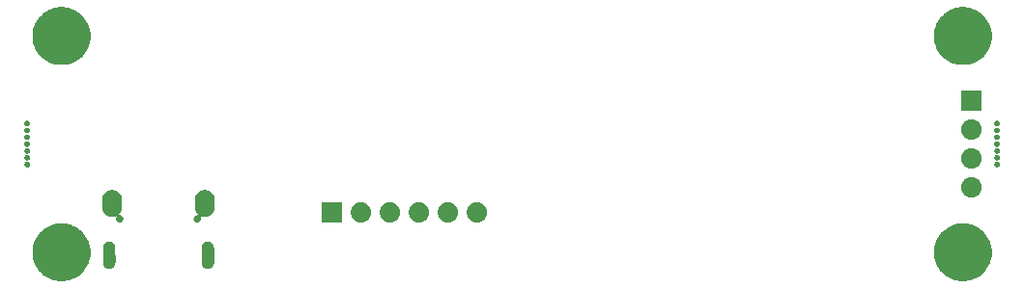
<source format=gbr>
%TF.GenerationSoftware,KiCad,Pcbnew,8.0.3*%
%TF.CreationDate,2024-07-18T08:41:48+12:00*%
%TF.ProjectId,USB Keypad,55534220-4b65-4797-9061-642e6b696361,rev?*%
%TF.SameCoordinates,Original*%
%TF.FileFunction,Soldermask,Bot*%
%TF.FilePolarity,Negative*%
%FSLAX46Y46*%
G04 Gerber Fmt 4.6, Leading zero omitted, Abs format (unit mm)*
G04 Created by KiCad (PCBNEW 8.0.3) date 2024-07-18 08:41:48*
%MOMM*%
%LPD*%
G01*
G04 APERTURE LIST*
G04 APERTURE END LIST*
G36*
X3081240Y-19455032D02*
G01*
X3160116Y-19455032D01*
X3232576Y-19464185D01*
X3307353Y-19468709D01*
X3393842Y-19484558D01*
X3477822Y-19495168D01*
X3542865Y-19511868D01*
X3610223Y-19524212D01*
X3700470Y-19552334D01*
X3787993Y-19574806D01*
X3844935Y-19597351D01*
X3904198Y-19615818D01*
X3996499Y-19657359D01*
X4085737Y-19692691D01*
X4134194Y-19719330D01*
X4184988Y-19742191D01*
X4277446Y-19798084D01*
X4366358Y-19846964D01*
X4406267Y-19875959D01*
X4448501Y-19901491D01*
X4539050Y-19972431D01*
X4625431Y-20035191D01*
X4657022Y-20064857D01*
X4690885Y-20091387D01*
X4777359Y-20177861D01*
X4858870Y-20254405D01*
X4882658Y-20283160D01*
X4908612Y-20309114D01*
X4988763Y-20411419D01*
X5062993Y-20501148D01*
X5079758Y-20527565D01*
X5098508Y-20551498D01*
X5170048Y-20669840D01*
X5234582Y-20771528D01*
X5245332Y-20794374D01*
X5257808Y-20815011D01*
X5318492Y-20949845D01*
X5370930Y-21061282D01*
X5376861Y-21079538D01*
X5384181Y-21095801D01*
X5431836Y-21248732D01*
X5469887Y-21365841D01*
X5472346Y-21378736D01*
X5475787Y-21389776D01*
X5508376Y-21567612D01*
X5529892Y-21680400D01*
X5530334Y-21687431D01*
X5531290Y-21692646D01*
X5546917Y-21951006D01*
X5550000Y-22000000D01*
X5546917Y-22048997D01*
X5531290Y-22307353D01*
X5530334Y-22312567D01*
X5529892Y-22319600D01*
X5508372Y-22432411D01*
X5475787Y-22610223D01*
X5472347Y-22621261D01*
X5469887Y-22634159D01*
X5431828Y-22751291D01*
X5384181Y-22904198D01*
X5376863Y-22920457D01*
X5370930Y-22938718D01*
X5318481Y-23050175D01*
X5257808Y-23184988D01*
X5245334Y-23205620D01*
X5234582Y-23228472D01*
X5170036Y-23330179D01*
X5098508Y-23448501D01*
X5079761Y-23472428D01*
X5062993Y-23498852D01*
X4988748Y-23588597D01*
X4908612Y-23690885D01*
X4882663Y-23716833D01*
X4858870Y-23745595D01*
X4777342Y-23822154D01*
X4690885Y-23908612D01*
X4657028Y-23935136D01*
X4625431Y-23964809D01*
X4539032Y-24027580D01*
X4448501Y-24098508D01*
X4406275Y-24124034D01*
X4366358Y-24153036D01*
X4277428Y-24201925D01*
X4184988Y-24257808D01*
X4134204Y-24280663D01*
X4085737Y-24307309D01*
X3996481Y-24342647D01*
X3904198Y-24384181D01*
X3844947Y-24402644D01*
X3787993Y-24425194D01*
X3700452Y-24447670D01*
X3610223Y-24475787D01*
X3542879Y-24488128D01*
X3477822Y-24504832D01*
X3393825Y-24515443D01*
X3307353Y-24531290D01*
X3232591Y-24535812D01*
X3160116Y-24544968D01*
X3081223Y-24544968D01*
X3000000Y-24549881D01*
X2918776Y-24544968D01*
X2839884Y-24544968D01*
X2767409Y-24535812D01*
X2692646Y-24531290D01*
X2606171Y-24515442D01*
X2522178Y-24504832D01*
X2457123Y-24488128D01*
X2389776Y-24475787D01*
X2299542Y-24447669D01*
X2212007Y-24425194D01*
X2155056Y-24402645D01*
X2095801Y-24384181D01*
X2003510Y-24342644D01*
X1914263Y-24307309D01*
X1865800Y-24280666D01*
X1815011Y-24257808D01*
X1722560Y-24201919D01*
X1633642Y-24153036D01*
X1593729Y-24124038D01*
X1551498Y-24098508D01*
X1460953Y-24027570D01*
X1374569Y-23964809D01*
X1342976Y-23935141D01*
X1309114Y-23908612D01*
X1222640Y-23822138D01*
X1141130Y-23745595D01*
X1117341Y-23716839D01*
X1091387Y-23690885D01*
X1011232Y-23588575D01*
X937007Y-23498852D01*
X920242Y-23472435D01*
X901491Y-23448501D01*
X829942Y-23330146D01*
X765418Y-23228472D01*
X754668Y-23205628D01*
X742191Y-23184988D01*
X681495Y-23050127D01*
X629070Y-22938718D01*
X623139Y-22920465D01*
X615818Y-22904198D01*
X568147Y-22751216D01*
X530113Y-22634159D01*
X527654Y-22621269D01*
X524212Y-22610223D01*
X491602Y-22432278D01*
X470108Y-22319600D01*
X469666Y-22312575D01*
X468709Y-22307353D01*
X453056Y-22048585D01*
X450000Y-22000000D01*
X453056Y-21951418D01*
X468709Y-21692646D01*
X469666Y-21687423D01*
X470108Y-21680400D01*
X491597Y-21567745D01*
X524212Y-21389776D01*
X527654Y-21378727D01*
X530113Y-21365841D01*
X568139Y-21248807D01*
X615818Y-21095801D01*
X623140Y-21079530D01*
X629070Y-21061282D01*
X681484Y-20949894D01*
X742191Y-20815011D01*
X754670Y-20794367D01*
X765418Y-20771528D01*
X829930Y-20669873D01*
X901491Y-20551498D01*
X920245Y-20527559D01*
X937007Y-20501148D01*
X1011217Y-20411442D01*
X1091387Y-20309114D01*
X1117345Y-20283155D01*
X1141130Y-20254405D01*
X1222624Y-20177876D01*
X1309114Y-20091387D01*
X1342982Y-20064852D01*
X1374569Y-20035191D01*
X1460936Y-19972441D01*
X1551498Y-19901491D01*
X1593737Y-19875956D01*
X1633642Y-19846964D01*
X1722542Y-19798090D01*
X1815011Y-19742191D01*
X1865810Y-19719328D01*
X1914263Y-19692691D01*
X2003492Y-19657362D01*
X2095801Y-19615818D01*
X2155067Y-19597349D01*
X2212007Y-19574806D01*
X2299524Y-19552335D01*
X2389776Y-19524212D01*
X2457136Y-19511867D01*
X2522178Y-19495168D01*
X2606153Y-19484559D01*
X2692646Y-19468709D01*
X2767424Y-19464185D01*
X2839884Y-19455032D01*
X2918760Y-19455032D01*
X3000000Y-19450118D01*
X3081240Y-19455032D01*
G37*
G36*
X82081240Y-19455032D02*
G01*
X82160116Y-19455032D01*
X82232576Y-19464185D01*
X82307353Y-19468709D01*
X82393842Y-19484558D01*
X82477822Y-19495168D01*
X82542865Y-19511868D01*
X82610223Y-19524212D01*
X82700470Y-19552334D01*
X82787993Y-19574806D01*
X82844935Y-19597351D01*
X82904198Y-19615818D01*
X82996499Y-19657359D01*
X83085737Y-19692691D01*
X83134194Y-19719330D01*
X83184988Y-19742191D01*
X83277446Y-19798084D01*
X83366358Y-19846964D01*
X83406267Y-19875959D01*
X83448501Y-19901491D01*
X83539050Y-19972431D01*
X83625431Y-20035191D01*
X83657022Y-20064857D01*
X83690885Y-20091387D01*
X83777359Y-20177861D01*
X83858870Y-20254405D01*
X83882658Y-20283160D01*
X83908612Y-20309114D01*
X83988763Y-20411419D01*
X84062993Y-20501148D01*
X84079758Y-20527565D01*
X84098508Y-20551498D01*
X84170048Y-20669840D01*
X84234582Y-20771528D01*
X84245332Y-20794374D01*
X84257808Y-20815011D01*
X84318492Y-20949845D01*
X84370930Y-21061282D01*
X84376861Y-21079538D01*
X84384181Y-21095801D01*
X84431836Y-21248732D01*
X84469887Y-21365841D01*
X84472346Y-21378736D01*
X84475787Y-21389776D01*
X84508376Y-21567612D01*
X84529892Y-21680400D01*
X84530334Y-21687431D01*
X84531290Y-21692646D01*
X84546917Y-21951006D01*
X84550000Y-22000000D01*
X84546917Y-22048997D01*
X84531290Y-22307353D01*
X84530334Y-22312567D01*
X84529892Y-22319600D01*
X84508372Y-22432411D01*
X84475787Y-22610223D01*
X84472347Y-22621261D01*
X84469887Y-22634159D01*
X84431828Y-22751291D01*
X84384181Y-22904198D01*
X84376863Y-22920457D01*
X84370930Y-22938718D01*
X84318481Y-23050175D01*
X84257808Y-23184988D01*
X84245334Y-23205620D01*
X84234582Y-23228472D01*
X84170036Y-23330179D01*
X84098508Y-23448501D01*
X84079761Y-23472428D01*
X84062993Y-23498852D01*
X83988748Y-23588597D01*
X83908612Y-23690885D01*
X83882663Y-23716833D01*
X83858870Y-23745595D01*
X83777342Y-23822154D01*
X83690885Y-23908612D01*
X83657028Y-23935136D01*
X83625431Y-23964809D01*
X83539032Y-24027580D01*
X83448501Y-24098508D01*
X83406275Y-24124034D01*
X83366358Y-24153036D01*
X83277428Y-24201925D01*
X83184988Y-24257808D01*
X83134204Y-24280663D01*
X83085737Y-24307309D01*
X82996481Y-24342647D01*
X82904198Y-24384181D01*
X82844947Y-24402644D01*
X82787993Y-24425194D01*
X82700452Y-24447670D01*
X82610223Y-24475787D01*
X82542879Y-24488128D01*
X82477822Y-24504832D01*
X82393825Y-24515443D01*
X82307353Y-24531290D01*
X82232591Y-24535812D01*
X82160116Y-24544968D01*
X82081223Y-24544968D01*
X82000000Y-24549881D01*
X81918776Y-24544968D01*
X81839884Y-24544968D01*
X81767409Y-24535812D01*
X81692646Y-24531290D01*
X81606171Y-24515442D01*
X81522178Y-24504832D01*
X81457123Y-24488128D01*
X81389776Y-24475787D01*
X81299542Y-24447669D01*
X81212007Y-24425194D01*
X81155056Y-24402645D01*
X81095801Y-24384181D01*
X81003510Y-24342644D01*
X80914263Y-24307309D01*
X80865800Y-24280666D01*
X80815011Y-24257808D01*
X80722560Y-24201919D01*
X80633642Y-24153036D01*
X80593729Y-24124038D01*
X80551498Y-24098508D01*
X80460953Y-24027570D01*
X80374569Y-23964809D01*
X80342976Y-23935141D01*
X80309114Y-23908612D01*
X80222640Y-23822138D01*
X80141130Y-23745595D01*
X80117341Y-23716839D01*
X80091387Y-23690885D01*
X80011232Y-23588575D01*
X79937007Y-23498852D01*
X79920242Y-23472435D01*
X79901491Y-23448501D01*
X79829942Y-23330146D01*
X79765418Y-23228472D01*
X79754668Y-23205628D01*
X79742191Y-23184988D01*
X79681495Y-23050127D01*
X79629070Y-22938718D01*
X79623139Y-22920465D01*
X79615818Y-22904198D01*
X79568147Y-22751216D01*
X79530113Y-22634159D01*
X79527654Y-22621269D01*
X79524212Y-22610223D01*
X79491602Y-22432278D01*
X79470108Y-22319600D01*
X79469666Y-22312575D01*
X79468709Y-22307353D01*
X79453056Y-22048585D01*
X79450000Y-22000000D01*
X79453056Y-21951418D01*
X79468709Y-21692646D01*
X79469666Y-21687423D01*
X79470108Y-21680400D01*
X79491597Y-21567745D01*
X79524212Y-21389776D01*
X79527654Y-21378727D01*
X79530113Y-21365841D01*
X79568139Y-21248807D01*
X79615818Y-21095801D01*
X79623140Y-21079530D01*
X79629070Y-21061282D01*
X79681484Y-20949894D01*
X79742191Y-20815011D01*
X79754670Y-20794367D01*
X79765418Y-20771528D01*
X79829930Y-20669873D01*
X79901491Y-20551498D01*
X79920245Y-20527559D01*
X79937007Y-20501148D01*
X80011217Y-20411442D01*
X80091387Y-20309114D01*
X80117345Y-20283155D01*
X80141130Y-20254405D01*
X80222624Y-20177876D01*
X80309114Y-20091387D01*
X80342982Y-20064852D01*
X80374569Y-20035191D01*
X80460936Y-19972441D01*
X80551498Y-19901491D01*
X80593737Y-19875956D01*
X80633642Y-19846964D01*
X80722542Y-19798090D01*
X80815011Y-19742191D01*
X80865810Y-19719328D01*
X80914263Y-19692691D01*
X81003492Y-19657362D01*
X81095801Y-19615818D01*
X81155067Y-19597349D01*
X81212007Y-19574806D01*
X81299524Y-19552335D01*
X81389776Y-19524212D01*
X81457136Y-19511867D01*
X81522178Y-19495168D01*
X81606153Y-19484559D01*
X81692646Y-19468709D01*
X81767424Y-19464185D01*
X81839884Y-19455032D01*
X81918760Y-19455032D01*
X82000000Y-19450118D01*
X82081240Y-19455032D01*
G37*
G36*
X7242605Y-21079816D02*
G01*
X7251748Y-21079816D01*
X7278094Y-21086875D01*
X7339525Y-21099095D01*
X7368520Y-21111105D01*
X7390435Y-21116977D01*
X7410080Y-21128319D01*
X7439075Y-21140329D01*
X7491158Y-21175130D01*
X7514778Y-21188767D01*
X7521243Y-21195232D01*
X7528678Y-21200200D01*
X7604869Y-21276391D01*
X7609836Y-21283825D01*
X7616303Y-21290292D01*
X7629942Y-21313915D01*
X7664740Y-21365994D01*
X7676748Y-21394986D01*
X7688093Y-21414635D01*
X7693966Y-21436553D01*
X7705974Y-21465544D01*
X7718191Y-21526964D01*
X7725254Y-21553322D01*
X7725285Y-21562629D01*
X7727011Y-21571302D01*
X7729955Y-22923583D01*
X7729953Y-22923606D01*
X7729959Y-22925111D01*
X7729643Y-22929924D01*
X7727311Y-22977414D01*
X7726147Y-22983261D01*
X7725254Y-22996900D01*
X7718192Y-23023255D01*
X7705974Y-23084677D01*
X7693966Y-23113665D01*
X7688093Y-23135587D01*
X7676747Y-23155238D01*
X7664740Y-23184227D01*
X7629946Y-23236299D01*
X7616303Y-23259930D01*
X7609834Y-23266398D01*
X7604869Y-23273830D01*
X7528678Y-23350021D01*
X7521246Y-23354986D01*
X7514778Y-23361455D01*
X7491147Y-23375098D01*
X7439075Y-23409892D01*
X7410086Y-23421899D01*
X7390435Y-23433245D01*
X7368513Y-23439118D01*
X7339525Y-23451126D01*
X7278100Y-23463344D01*
X7251748Y-23470406D01*
X7242604Y-23470406D01*
X7233837Y-23472150D01*
X7126081Y-23472150D01*
X7117314Y-23470406D01*
X7108170Y-23470406D01*
X7081818Y-23463345D01*
X7020392Y-23451126D01*
X6991401Y-23439118D01*
X6969483Y-23433245D01*
X6949834Y-23421900D01*
X6920842Y-23409892D01*
X6868763Y-23375094D01*
X6845140Y-23361455D01*
X6838673Y-23354988D01*
X6831239Y-23350021D01*
X6755048Y-23273830D01*
X6750080Y-23266395D01*
X6743615Y-23259930D01*
X6729978Y-23236310D01*
X6695177Y-23184227D01*
X6683167Y-23155232D01*
X6671825Y-23135587D01*
X6665953Y-23113672D01*
X6653943Y-23084677D01*
X6641723Y-23023245D01*
X6634664Y-22996900D01*
X6634632Y-22987596D01*
X6632906Y-22978919D01*
X6629962Y-21626638D01*
X6629964Y-21626595D01*
X6629959Y-21625111D01*
X6630270Y-21620361D01*
X6632606Y-21572807D01*
X6633770Y-21566951D01*
X6634664Y-21553322D01*
X6641721Y-21526984D01*
X6653943Y-21465544D01*
X6665953Y-21436546D01*
X6671825Y-21414635D01*
X6683165Y-21394992D01*
X6695177Y-21365994D01*
X6729982Y-21313904D01*
X6743615Y-21290292D01*
X6750078Y-21283828D01*
X6755048Y-21276391D01*
X6831239Y-21200200D01*
X6838676Y-21195230D01*
X6845140Y-21188767D01*
X6868752Y-21175134D01*
X6920842Y-21140329D01*
X6949840Y-21128317D01*
X6969483Y-21116977D01*
X6991394Y-21111105D01*
X7020392Y-21099095D01*
X7081824Y-21086875D01*
X7108170Y-21079816D01*
X7117313Y-21079816D01*
X7126081Y-21078072D01*
X7233837Y-21078072D01*
X7242605Y-21079816D01*
G37*
G36*
X15882687Y-21079816D02*
G01*
X15891830Y-21079816D01*
X15918176Y-21086875D01*
X15979607Y-21099095D01*
X16008602Y-21111105D01*
X16030517Y-21116977D01*
X16050162Y-21128319D01*
X16079157Y-21140329D01*
X16131240Y-21175130D01*
X16154860Y-21188767D01*
X16161325Y-21195232D01*
X16168760Y-21200200D01*
X16244951Y-21276391D01*
X16249918Y-21283825D01*
X16256385Y-21290292D01*
X16270024Y-21313915D01*
X16304822Y-21365994D01*
X16316830Y-21394986D01*
X16328175Y-21414635D01*
X16334048Y-21436553D01*
X16346056Y-21465544D01*
X16358273Y-21526964D01*
X16365336Y-21553322D01*
X16365367Y-21562629D01*
X16367093Y-21571302D01*
X16370037Y-22923583D01*
X16370035Y-22923606D01*
X16370041Y-22925111D01*
X16369725Y-22929924D01*
X16367393Y-22977414D01*
X16366229Y-22983261D01*
X16365336Y-22996900D01*
X16358274Y-23023255D01*
X16346056Y-23084677D01*
X16334048Y-23113665D01*
X16328175Y-23135587D01*
X16316829Y-23155238D01*
X16304822Y-23184227D01*
X16270028Y-23236299D01*
X16256385Y-23259930D01*
X16249916Y-23266398D01*
X16244951Y-23273830D01*
X16168760Y-23350021D01*
X16161328Y-23354986D01*
X16154860Y-23361455D01*
X16131229Y-23375098D01*
X16079157Y-23409892D01*
X16050168Y-23421899D01*
X16030517Y-23433245D01*
X16008595Y-23439118D01*
X15979607Y-23451126D01*
X15918182Y-23463344D01*
X15891830Y-23470406D01*
X15882686Y-23470406D01*
X15873919Y-23472150D01*
X15766163Y-23472150D01*
X15757396Y-23470406D01*
X15748252Y-23470406D01*
X15721900Y-23463345D01*
X15660474Y-23451126D01*
X15631483Y-23439118D01*
X15609565Y-23433245D01*
X15589916Y-23421900D01*
X15560924Y-23409892D01*
X15508845Y-23375094D01*
X15485222Y-23361455D01*
X15478755Y-23354988D01*
X15471321Y-23350021D01*
X15395130Y-23273830D01*
X15390162Y-23266395D01*
X15383697Y-23259930D01*
X15370060Y-23236310D01*
X15335259Y-23184227D01*
X15323249Y-23155232D01*
X15311907Y-23135587D01*
X15306035Y-23113672D01*
X15294025Y-23084677D01*
X15281805Y-23023245D01*
X15274746Y-22996900D01*
X15274714Y-22987596D01*
X15272988Y-22978919D01*
X15270044Y-21626638D01*
X15270046Y-21626595D01*
X15270041Y-21625111D01*
X15270352Y-21620361D01*
X15272688Y-21572807D01*
X15273852Y-21566951D01*
X15274746Y-21553322D01*
X15281803Y-21526984D01*
X15294025Y-21465544D01*
X15306035Y-21436546D01*
X15311907Y-21414635D01*
X15323247Y-21394992D01*
X15335259Y-21365994D01*
X15370064Y-21313904D01*
X15383697Y-21290292D01*
X15390160Y-21283828D01*
X15395130Y-21276391D01*
X15471321Y-21200200D01*
X15478758Y-21195230D01*
X15485222Y-21188767D01*
X15508834Y-21175134D01*
X15560924Y-21140329D01*
X15589922Y-21128317D01*
X15609565Y-21116977D01*
X15631476Y-21111105D01*
X15660474Y-21099095D01*
X15721906Y-21086875D01*
X15748252Y-21079816D01*
X15757395Y-21079816D01*
X15766163Y-21078072D01*
X15873919Y-21078072D01*
X15882687Y-21079816D01*
G37*
G36*
X27579134Y-17603806D02*
G01*
X27595355Y-17614645D01*
X27606194Y-17630866D01*
X27610000Y-17650000D01*
X27610000Y-19350000D01*
X27606194Y-19369134D01*
X27595355Y-19385355D01*
X27579134Y-19396194D01*
X27560000Y-19400000D01*
X25860000Y-19400000D01*
X25840866Y-19396194D01*
X25824645Y-19385355D01*
X25813806Y-19369134D01*
X25810000Y-19350000D01*
X25810000Y-17650000D01*
X25813806Y-17630866D01*
X25824645Y-17614645D01*
X25840866Y-17603806D01*
X25860000Y-17600000D01*
X27560000Y-17600000D01*
X27579134Y-17603806D01*
G37*
G36*
X29296868Y-17604930D02*
G01*
X29344076Y-17604930D01*
X29384836Y-17613594D01*
X29425521Y-17617601D01*
X29476636Y-17633106D01*
X29528115Y-17644049D01*
X29561056Y-17658715D01*
X29594294Y-17668798D01*
X29647109Y-17697028D01*
X29700000Y-17720577D01*
X29724592Y-17738444D01*
X29749837Y-17751938D01*
X29801334Y-17794201D01*
X29852218Y-17831170D01*
X29868738Y-17849517D01*
X29886173Y-17863826D01*
X29933025Y-17920915D01*
X29978115Y-17970993D01*
X29987587Y-17987400D01*
X29998061Y-18000162D01*
X30036807Y-18072651D01*
X30072191Y-18133937D01*
X30076260Y-18146462D01*
X30081201Y-18155705D01*
X30108440Y-18245500D01*
X30130333Y-18312879D01*
X30131103Y-18320211D01*
X30132398Y-18324478D01*
X30144994Y-18452374D01*
X30150000Y-18500000D01*
X30144993Y-18547630D01*
X30132398Y-18675521D01*
X30131103Y-18679787D01*
X30130333Y-18687121D01*
X30108435Y-18754513D01*
X30081201Y-18844294D01*
X30076261Y-18853534D01*
X30072191Y-18866063D01*
X30036800Y-18927361D01*
X29998061Y-18999837D01*
X29987589Y-19012596D01*
X29978115Y-19029007D01*
X29933016Y-19079094D01*
X29886173Y-19136173D01*
X29868741Y-19150478D01*
X29852218Y-19168830D01*
X29801324Y-19205806D01*
X29749837Y-19248061D01*
X29724597Y-19261551D01*
X29700000Y-19279423D01*
X29647098Y-19302976D01*
X29594294Y-19331201D01*
X29561063Y-19341281D01*
X29528115Y-19355951D01*
X29476625Y-19366895D01*
X29425521Y-19382398D01*
X29384845Y-19386404D01*
X29344076Y-19395070D01*
X29296858Y-19395070D01*
X29250000Y-19399685D01*
X29203142Y-19395070D01*
X29155924Y-19395070D01*
X29115155Y-19386404D01*
X29074478Y-19382398D01*
X29023370Y-19366894D01*
X28971885Y-19355951D01*
X28938938Y-19341282D01*
X28905705Y-19331201D01*
X28852895Y-19302973D01*
X28800000Y-19279423D01*
X28775405Y-19261553D01*
X28750162Y-19248061D01*
X28698666Y-19205800D01*
X28647782Y-19168830D01*
X28631260Y-19150481D01*
X28613826Y-19136173D01*
X28566972Y-19079081D01*
X28521885Y-19029007D01*
X28512412Y-19012600D01*
X28501938Y-18999837D01*
X28463186Y-18927338D01*
X28427809Y-18866063D01*
X28423739Y-18853539D01*
X28418798Y-18844294D01*
X28391549Y-18754467D01*
X28369667Y-18687121D01*
X28368896Y-18679792D01*
X28367601Y-18675521D01*
X28354990Y-18547478D01*
X28350000Y-18500000D01*
X28354989Y-18452525D01*
X28367601Y-18324478D01*
X28368896Y-18320205D01*
X28369667Y-18312879D01*
X28391544Y-18245546D01*
X28418798Y-18155705D01*
X28423740Y-18146457D01*
X28427809Y-18133937D01*
X28463179Y-18072674D01*
X28501938Y-18000162D01*
X28512414Y-17987396D01*
X28521885Y-17970993D01*
X28566963Y-17920928D01*
X28613826Y-17863826D01*
X28631264Y-17849514D01*
X28647782Y-17831170D01*
X28698656Y-17794207D01*
X28750162Y-17751938D01*
X28775410Y-17738442D01*
X28800000Y-17720577D01*
X28852884Y-17697031D01*
X28905705Y-17668798D01*
X28938945Y-17658714D01*
X28971885Y-17644049D01*
X29023359Y-17633107D01*
X29074478Y-17617601D01*
X29115163Y-17613593D01*
X29155924Y-17604930D01*
X29203132Y-17604930D01*
X29250000Y-17600314D01*
X29296868Y-17604930D01*
G37*
G36*
X31836868Y-17604930D02*
G01*
X31884076Y-17604930D01*
X31924836Y-17613594D01*
X31965521Y-17617601D01*
X32016636Y-17633106D01*
X32068115Y-17644049D01*
X32101056Y-17658715D01*
X32134294Y-17668798D01*
X32187109Y-17697028D01*
X32240000Y-17720577D01*
X32264592Y-17738444D01*
X32289837Y-17751938D01*
X32341334Y-17794201D01*
X32392218Y-17831170D01*
X32408738Y-17849517D01*
X32426173Y-17863826D01*
X32473025Y-17920915D01*
X32518115Y-17970993D01*
X32527587Y-17987400D01*
X32538061Y-18000162D01*
X32576807Y-18072651D01*
X32612191Y-18133937D01*
X32616260Y-18146462D01*
X32621201Y-18155705D01*
X32648440Y-18245500D01*
X32670333Y-18312879D01*
X32671103Y-18320211D01*
X32672398Y-18324478D01*
X32684994Y-18452374D01*
X32690000Y-18500000D01*
X32684993Y-18547630D01*
X32672398Y-18675521D01*
X32671103Y-18679787D01*
X32670333Y-18687121D01*
X32648435Y-18754513D01*
X32621201Y-18844294D01*
X32616261Y-18853534D01*
X32612191Y-18866063D01*
X32576800Y-18927361D01*
X32538061Y-18999837D01*
X32527589Y-19012596D01*
X32518115Y-19029007D01*
X32473016Y-19079094D01*
X32426173Y-19136173D01*
X32408741Y-19150478D01*
X32392218Y-19168830D01*
X32341324Y-19205806D01*
X32289837Y-19248061D01*
X32264597Y-19261551D01*
X32240000Y-19279423D01*
X32187098Y-19302976D01*
X32134294Y-19331201D01*
X32101063Y-19341281D01*
X32068115Y-19355951D01*
X32016625Y-19366895D01*
X31965521Y-19382398D01*
X31924845Y-19386404D01*
X31884076Y-19395070D01*
X31836858Y-19395070D01*
X31790000Y-19399685D01*
X31743142Y-19395070D01*
X31695924Y-19395070D01*
X31655155Y-19386404D01*
X31614478Y-19382398D01*
X31563370Y-19366894D01*
X31511885Y-19355951D01*
X31478938Y-19341282D01*
X31445705Y-19331201D01*
X31392895Y-19302973D01*
X31340000Y-19279423D01*
X31315405Y-19261553D01*
X31290162Y-19248061D01*
X31238666Y-19205800D01*
X31187782Y-19168830D01*
X31171260Y-19150481D01*
X31153826Y-19136173D01*
X31106972Y-19079081D01*
X31061885Y-19029007D01*
X31052412Y-19012600D01*
X31041938Y-18999837D01*
X31003186Y-18927338D01*
X30967809Y-18866063D01*
X30963739Y-18853539D01*
X30958798Y-18844294D01*
X30931549Y-18754467D01*
X30909667Y-18687121D01*
X30908896Y-18679792D01*
X30907601Y-18675521D01*
X30894990Y-18547478D01*
X30890000Y-18500000D01*
X30894989Y-18452525D01*
X30907601Y-18324478D01*
X30908896Y-18320205D01*
X30909667Y-18312879D01*
X30931544Y-18245546D01*
X30958798Y-18155705D01*
X30963740Y-18146457D01*
X30967809Y-18133937D01*
X31003179Y-18072674D01*
X31041938Y-18000162D01*
X31052414Y-17987396D01*
X31061885Y-17970993D01*
X31106963Y-17920928D01*
X31153826Y-17863826D01*
X31171264Y-17849514D01*
X31187782Y-17831170D01*
X31238656Y-17794207D01*
X31290162Y-17751938D01*
X31315410Y-17738442D01*
X31340000Y-17720577D01*
X31392884Y-17697031D01*
X31445705Y-17668798D01*
X31478945Y-17658714D01*
X31511885Y-17644049D01*
X31563359Y-17633107D01*
X31614478Y-17617601D01*
X31655163Y-17613593D01*
X31695924Y-17604930D01*
X31743132Y-17604930D01*
X31790000Y-17600314D01*
X31836868Y-17604930D01*
G37*
G36*
X34376868Y-17604930D02*
G01*
X34424076Y-17604930D01*
X34464836Y-17613594D01*
X34505521Y-17617601D01*
X34556636Y-17633106D01*
X34608115Y-17644049D01*
X34641056Y-17658715D01*
X34674294Y-17668798D01*
X34727109Y-17697028D01*
X34780000Y-17720577D01*
X34804592Y-17738444D01*
X34829837Y-17751938D01*
X34881334Y-17794201D01*
X34932218Y-17831170D01*
X34948738Y-17849517D01*
X34966173Y-17863826D01*
X35013025Y-17920915D01*
X35058115Y-17970993D01*
X35067587Y-17987400D01*
X35078061Y-18000162D01*
X35116807Y-18072651D01*
X35152191Y-18133937D01*
X35156260Y-18146462D01*
X35161201Y-18155705D01*
X35188440Y-18245500D01*
X35210333Y-18312879D01*
X35211103Y-18320211D01*
X35212398Y-18324478D01*
X35224994Y-18452374D01*
X35230000Y-18500000D01*
X35224993Y-18547630D01*
X35212398Y-18675521D01*
X35211103Y-18679787D01*
X35210333Y-18687121D01*
X35188435Y-18754513D01*
X35161201Y-18844294D01*
X35156261Y-18853534D01*
X35152191Y-18866063D01*
X35116800Y-18927361D01*
X35078061Y-18999837D01*
X35067589Y-19012596D01*
X35058115Y-19029007D01*
X35013016Y-19079094D01*
X34966173Y-19136173D01*
X34948741Y-19150478D01*
X34932218Y-19168830D01*
X34881324Y-19205806D01*
X34829837Y-19248061D01*
X34804597Y-19261551D01*
X34780000Y-19279423D01*
X34727098Y-19302976D01*
X34674294Y-19331201D01*
X34641063Y-19341281D01*
X34608115Y-19355951D01*
X34556625Y-19366895D01*
X34505521Y-19382398D01*
X34464845Y-19386404D01*
X34424076Y-19395070D01*
X34376858Y-19395070D01*
X34330000Y-19399685D01*
X34283142Y-19395070D01*
X34235924Y-19395070D01*
X34195155Y-19386404D01*
X34154478Y-19382398D01*
X34103370Y-19366894D01*
X34051885Y-19355951D01*
X34018938Y-19341282D01*
X33985705Y-19331201D01*
X33932895Y-19302973D01*
X33880000Y-19279423D01*
X33855405Y-19261553D01*
X33830162Y-19248061D01*
X33778666Y-19205800D01*
X33727782Y-19168830D01*
X33711260Y-19150481D01*
X33693826Y-19136173D01*
X33646972Y-19079081D01*
X33601885Y-19029007D01*
X33592412Y-19012600D01*
X33581938Y-18999837D01*
X33543186Y-18927338D01*
X33507809Y-18866063D01*
X33503739Y-18853539D01*
X33498798Y-18844294D01*
X33471549Y-18754467D01*
X33449667Y-18687121D01*
X33448896Y-18679792D01*
X33447601Y-18675521D01*
X33434990Y-18547478D01*
X33430000Y-18500000D01*
X33434989Y-18452525D01*
X33447601Y-18324478D01*
X33448896Y-18320205D01*
X33449667Y-18312879D01*
X33471544Y-18245546D01*
X33498798Y-18155705D01*
X33503740Y-18146457D01*
X33507809Y-18133937D01*
X33543179Y-18072674D01*
X33581938Y-18000162D01*
X33592414Y-17987396D01*
X33601885Y-17970993D01*
X33646963Y-17920928D01*
X33693826Y-17863826D01*
X33711264Y-17849514D01*
X33727782Y-17831170D01*
X33778656Y-17794207D01*
X33830162Y-17751938D01*
X33855410Y-17738442D01*
X33880000Y-17720577D01*
X33932884Y-17697031D01*
X33985705Y-17668798D01*
X34018945Y-17658714D01*
X34051885Y-17644049D01*
X34103359Y-17633107D01*
X34154478Y-17617601D01*
X34195163Y-17613593D01*
X34235924Y-17604930D01*
X34283132Y-17604930D01*
X34330000Y-17600314D01*
X34376868Y-17604930D01*
G37*
G36*
X36916868Y-17604930D02*
G01*
X36964076Y-17604930D01*
X37004836Y-17613594D01*
X37045521Y-17617601D01*
X37096636Y-17633106D01*
X37148115Y-17644049D01*
X37181056Y-17658715D01*
X37214294Y-17668798D01*
X37267109Y-17697028D01*
X37320000Y-17720577D01*
X37344592Y-17738444D01*
X37369837Y-17751938D01*
X37421334Y-17794201D01*
X37472218Y-17831170D01*
X37488738Y-17849517D01*
X37506173Y-17863826D01*
X37553025Y-17920915D01*
X37598115Y-17970993D01*
X37607587Y-17987400D01*
X37618061Y-18000162D01*
X37656807Y-18072651D01*
X37692191Y-18133937D01*
X37696260Y-18146462D01*
X37701201Y-18155705D01*
X37728440Y-18245500D01*
X37750333Y-18312879D01*
X37751103Y-18320211D01*
X37752398Y-18324478D01*
X37764994Y-18452374D01*
X37770000Y-18500000D01*
X37764993Y-18547630D01*
X37752398Y-18675521D01*
X37751103Y-18679787D01*
X37750333Y-18687121D01*
X37728435Y-18754513D01*
X37701201Y-18844294D01*
X37696261Y-18853534D01*
X37692191Y-18866063D01*
X37656800Y-18927361D01*
X37618061Y-18999837D01*
X37607589Y-19012596D01*
X37598115Y-19029007D01*
X37553016Y-19079094D01*
X37506173Y-19136173D01*
X37488741Y-19150478D01*
X37472218Y-19168830D01*
X37421324Y-19205806D01*
X37369837Y-19248061D01*
X37344597Y-19261551D01*
X37320000Y-19279423D01*
X37267098Y-19302976D01*
X37214294Y-19331201D01*
X37181063Y-19341281D01*
X37148115Y-19355951D01*
X37096625Y-19366895D01*
X37045521Y-19382398D01*
X37004845Y-19386404D01*
X36964076Y-19395070D01*
X36916858Y-19395070D01*
X36870000Y-19399685D01*
X36823142Y-19395070D01*
X36775924Y-19395070D01*
X36735155Y-19386404D01*
X36694478Y-19382398D01*
X36643370Y-19366894D01*
X36591885Y-19355951D01*
X36558938Y-19341282D01*
X36525705Y-19331201D01*
X36472895Y-19302973D01*
X36420000Y-19279423D01*
X36395405Y-19261553D01*
X36370162Y-19248061D01*
X36318666Y-19205800D01*
X36267782Y-19168830D01*
X36251260Y-19150481D01*
X36233826Y-19136173D01*
X36186972Y-19079081D01*
X36141885Y-19029007D01*
X36132412Y-19012600D01*
X36121938Y-18999837D01*
X36083186Y-18927338D01*
X36047809Y-18866063D01*
X36043739Y-18853539D01*
X36038798Y-18844294D01*
X36011549Y-18754467D01*
X35989667Y-18687121D01*
X35988896Y-18679792D01*
X35987601Y-18675521D01*
X35974990Y-18547478D01*
X35970000Y-18500000D01*
X35974989Y-18452525D01*
X35987601Y-18324478D01*
X35988896Y-18320205D01*
X35989667Y-18312879D01*
X36011544Y-18245546D01*
X36038798Y-18155705D01*
X36043740Y-18146457D01*
X36047809Y-18133937D01*
X36083179Y-18072674D01*
X36121938Y-18000162D01*
X36132414Y-17987396D01*
X36141885Y-17970993D01*
X36186963Y-17920928D01*
X36233826Y-17863826D01*
X36251264Y-17849514D01*
X36267782Y-17831170D01*
X36318656Y-17794207D01*
X36370162Y-17751938D01*
X36395410Y-17738442D01*
X36420000Y-17720577D01*
X36472884Y-17697031D01*
X36525705Y-17668798D01*
X36558945Y-17658714D01*
X36591885Y-17644049D01*
X36643359Y-17633107D01*
X36694478Y-17617601D01*
X36735163Y-17613593D01*
X36775924Y-17604930D01*
X36823132Y-17604930D01*
X36870000Y-17600314D01*
X36916868Y-17604930D01*
G37*
G36*
X39456868Y-17604930D02*
G01*
X39504076Y-17604930D01*
X39544836Y-17613594D01*
X39585521Y-17617601D01*
X39636636Y-17633106D01*
X39688115Y-17644049D01*
X39721056Y-17658715D01*
X39754294Y-17668798D01*
X39807109Y-17697028D01*
X39860000Y-17720577D01*
X39884592Y-17738444D01*
X39909837Y-17751938D01*
X39961334Y-17794201D01*
X40012218Y-17831170D01*
X40028738Y-17849517D01*
X40046173Y-17863826D01*
X40093025Y-17920915D01*
X40138115Y-17970993D01*
X40147587Y-17987400D01*
X40158061Y-18000162D01*
X40196807Y-18072651D01*
X40232191Y-18133937D01*
X40236260Y-18146462D01*
X40241201Y-18155705D01*
X40268440Y-18245500D01*
X40290333Y-18312879D01*
X40291103Y-18320211D01*
X40292398Y-18324478D01*
X40304994Y-18452374D01*
X40310000Y-18500000D01*
X40304993Y-18547630D01*
X40292398Y-18675521D01*
X40291103Y-18679787D01*
X40290333Y-18687121D01*
X40268435Y-18754513D01*
X40241201Y-18844294D01*
X40236261Y-18853534D01*
X40232191Y-18866063D01*
X40196800Y-18927361D01*
X40158061Y-18999837D01*
X40147589Y-19012596D01*
X40138115Y-19029007D01*
X40093016Y-19079094D01*
X40046173Y-19136173D01*
X40028741Y-19150478D01*
X40012218Y-19168830D01*
X39961324Y-19205806D01*
X39909837Y-19248061D01*
X39884597Y-19261551D01*
X39860000Y-19279423D01*
X39807098Y-19302976D01*
X39754294Y-19331201D01*
X39721063Y-19341281D01*
X39688115Y-19355951D01*
X39636625Y-19366895D01*
X39585521Y-19382398D01*
X39544845Y-19386404D01*
X39504076Y-19395070D01*
X39456858Y-19395070D01*
X39410000Y-19399685D01*
X39363142Y-19395070D01*
X39315924Y-19395070D01*
X39275155Y-19386404D01*
X39234478Y-19382398D01*
X39183370Y-19366894D01*
X39131885Y-19355951D01*
X39098938Y-19341282D01*
X39065705Y-19331201D01*
X39012895Y-19302973D01*
X38960000Y-19279423D01*
X38935405Y-19261553D01*
X38910162Y-19248061D01*
X38858666Y-19205800D01*
X38807782Y-19168830D01*
X38791260Y-19150481D01*
X38773826Y-19136173D01*
X38726972Y-19079081D01*
X38681885Y-19029007D01*
X38672412Y-19012600D01*
X38661938Y-18999837D01*
X38623186Y-18927338D01*
X38587809Y-18866063D01*
X38583739Y-18853539D01*
X38578798Y-18844294D01*
X38551549Y-18754467D01*
X38529667Y-18687121D01*
X38528896Y-18679792D01*
X38527601Y-18675521D01*
X38514990Y-18547478D01*
X38510000Y-18500000D01*
X38514989Y-18452525D01*
X38527601Y-18324478D01*
X38528896Y-18320205D01*
X38529667Y-18312879D01*
X38551544Y-18245546D01*
X38578798Y-18155705D01*
X38583740Y-18146457D01*
X38587809Y-18133937D01*
X38623179Y-18072674D01*
X38661938Y-18000162D01*
X38672414Y-17987396D01*
X38681885Y-17970993D01*
X38726963Y-17920928D01*
X38773826Y-17863826D01*
X38791264Y-17849514D01*
X38807782Y-17831170D01*
X38858656Y-17794207D01*
X38910162Y-17751938D01*
X38935410Y-17738442D01*
X38960000Y-17720577D01*
X39012884Y-17697031D01*
X39065705Y-17668798D01*
X39098945Y-17658714D01*
X39131885Y-17644049D01*
X39183359Y-17633107D01*
X39234478Y-17617601D01*
X39275163Y-17613593D01*
X39315924Y-17604930D01*
X39363132Y-17604930D01*
X39410000Y-17600314D01*
X39456868Y-17604930D01*
G37*
G36*
X7686798Y-16561547D02*
G01*
X7840743Y-16625313D01*
X7979290Y-16717887D01*
X8097115Y-16835712D01*
X8189689Y-16974259D01*
X8253455Y-17128204D01*
X8285963Y-17291631D01*
X8290056Y-18074946D01*
X8285963Y-18158261D01*
X8253455Y-18321688D01*
X8189689Y-18475633D01*
X8097115Y-18614180D01*
X8041359Y-18669935D01*
X8065867Y-18745365D01*
X8126012Y-18754891D01*
X8156386Y-18754891D01*
X8179785Y-18763407D01*
X8200130Y-18766630D01*
X8228865Y-18781271D01*
X8262452Y-18793496D01*
X8277285Y-18805942D01*
X8290508Y-18812680D01*
X8317589Y-18839761D01*
X8348918Y-18866049D01*
X8355804Y-18877976D01*
X8362227Y-18884399D01*
X8382618Y-18924419D01*
X8405355Y-18963800D01*
X8406768Y-18971816D01*
X8408277Y-18974777D01*
X8416985Y-19029758D01*
X8424955Y-19074959D01*
X8416984Y-19120163D01*
X8408277Y-19175140D01*
X8406768Y-19178100D01*
X8405355Y-19186118D01*
X8382614Y-19225505D01*
X8362227Y-19265518D01*
X8355805Y-19271939D01*
X8348918Y-19283869D01*
X8317583Y-19310161D01*
X8290508Y-19337237D01*
X8277288Y-19343972D01*
X8262452Y-19356422D01*
X8228861Y-19368648D01*
X8200130Y-19383287D01*
X8179790Y-19386508D01*
X8156386Y-19395027D01*
X8126006Y-19395027D01*
X8099949Y-19399154D01*
X8073892Y-19395027D01*
X8043512Y-19395027D01*
X8020108Y-19386508D01*
X7999767Y-19383287D01*
X7971036Y-19368647D01*
X7937446Y-19356422D01*
X7922610Y-19343973D01*
X7909389Y-19337237D01*
X7882308Y-19310156D01*
X7850980Y-19283869D01*
X7844093Y-19271941D01*
X7837670Y-19265518D01*
X7817275Y-19225490D01*
X7794543Y-19186118D01*
X7793129Y-19178103D01*
X7791620Y-19175140D01*
X7782903Y-19120107D01*
X7774943Y-19074959D01*
X7782902Y-19029818D01*
X7791620Y-18974776D01*
X7793130Y-18971811D01*
X7794543Y-18963800D01*
X7816198Y-18926291D01*
X7755003Y-18860093D01*
X7686798Y-18888345D01*
X7523371Y-18920853D01*
X7356741Y-18920853D01*
X7193314Y-18888345D01*
X7039369Y-18824579D01*
X6900822Y-18732005D01*
X6782997Y-18614180D01*
X6690423Y-18475633D01*
X6626657Y-18321688D01*
X6594149Y-18158261D01*
X6590056Y-17374946D01*
X6594149Y-17291631D01*
X6626657Y-17128204D01*
X6690423Y-16974259D01*
X6782997Y-16835712D01*
X6900822Y-16717887D01*
X7039369Y-16625313D01*
X7193314Y-16561547D01*
X7356741Y-16529039D01*
X7523371Y-16529039D01*
X7686798Y-16561547D01*
G37*
G36*
X15806940Y-16561547D02*
G01*
X15960885Y-16625313D01*
X16099432Y-16717887D01*
X16217257Y-16835712D01*
X16309831Y-16974259D01*
X16373597Y-17128204D01*
X16406105Y-17291631D01*
X16410198Y-18074946D01*
X16406105Y-18158261D01*
X16373597Y-18321688D01*
X16309831Y-18475633D01*
X16217257Y-18614180D01*
X16099432Y-18732005D01*
X15960885Y-18824579D01*
X15806940Y-18888345D01*
X15643513Y-18920853D01*
X15476883Y-18920853D01*
X15313456Y-18888345D01*
X15244927Y-18859959D01*
X15183727Y-18926163D01*
X15205457Y-18963800D01*
X15206870Y-18971814D01*
X15208379Y-18974776D01*
X15217087Y-19029762D01*
X15225057Y-19074959D01*
X15217086Y-19120163D01*
X15208379Y-19175140D01*
X15206870Y-19178100D01*
X15205457Y-19186118D01*
X15182716Y-19225505D01*
X15162329Y-19265518D01*
X15155907Y-19271939D01*
X15149020Y-19283869D01*
X15117685Y-19310161D01*
X15090610Y-19337237D01*
X15077390Y-19343972D01*
X15062554Y-19356422D01*
X15028963Y-19368648D01*
X15000232Y-19383287D01*
X14979892Y-19386508D01*
X14956488Y-19395027D01*
X14926108Y-19395027D01*
X14900051Y-19399154D01*
X14873994Y-19395027D01*
X14843614Y-19395027D01*
X14820210Y-19386508D01*
X14799869Y-19383287D01*
X14771138Y-19368647D01*
X14737548Y-19356422D01*
X14722712Y-19343973D01*
X14709491Y-19337237D01*
X14682410Y-19310156D01*
X14651082Y-19283869D01*
X14644195Y-19271941D01*
X14637772Y-19265518D01*
X14617377Y-19225490D01*
X14594645Y-19186118D01*
X14593231Y-19178103D01*
X14591722Y-19175140D01*
X14583005Y-19120107D01*
X14575045Y-19074959D01*
X14583005Y-19029814D01*
X14591722Y-18974777D01*
X14593232Y-18971813D01*
X14594645Y-18963800D01*
X14617372Y-18924434D01*
X14637772Y-18884399D01*
X14644197Y-18877973D01*
X14651082Y-18866049D01*
X14682404Y-18839766D01*
X14709491Y-18812680D01*
X14722715Y-18805941D01*
X14737548Y-18793496D01*
X14771131Y-18781272D01*
X14799869Y-18766630D01*
X14820216Y-18763407D01*
X14843614Y-18754891D01*
X14873982Y-18754891D01*
X14934350Y-18745329D01*
X14958858Y-18669899D01*
X14903139Y-18614180D01*
X14810565Y-18475633D01*
X14746799Y-18321688D01*
X14714291Y-18158261D01*
X14710198Y-17374946D01*
X14714291Y-17291631D01*
X14746799Y-17128204D01*
X14810565Y-16974259D01*
X14903139Y-16835712D01*
X15020964Y-16717887D01*
X15159511Y-16625313D01*
X15313456Y-16561547D01*
X15476883Y-16529039D01*
X15643513Y-16529039D01*
X15806940Y-16561547D01*
G37*
G36*
X82796868Y-15394930D02*
G01*
X82844076Y-15394930D01*
X82884836Y-15403594D01*
X82925521Y-15407601D01*
X82976636Y-15423106D01*
X83028115Y-15434049D01*
X83061056Y-15448715D01*
X83094294Y-15458798D01*
X83147109Y-15487028D01*
X83200000Y-15510577D01*
X83224592Y-15528444D01*
X83249837Y-15541938D01*
X83301334Y-15584201D01*
X83352218Y-15621170D01*
X83368738Y-15639517D01*
X83386173Y-15653826D01*
X83433025Y-15710915D01*
X83478115Y-15760993D01*
X83487587Y-15777400D01*
X83498061Y-15790162D01*
X83536807Y-15862651D01*
X83572191Y-15923937D01*
X83576260Y-15936462D01*
X83581201Y-15945705D01*
X83608440Y-16035500D01*
X83630333Y-16102879D01*
X83631103Y-16110211D01*
X83632398Y-16114478D01*
X83644994Y-16242374D01*
X83650000Y-16290000D01*
X83644993Y-16337630D01*
X83632398Y-16465521D01*
X83631103Y-16469787D01*
X83630333Y-16477121D01*
X83608435Y-16544513D01*
X83581201Y-16634294D01*
X83576261Y-16643534D01*
X83572191Y-16656063D01*
X83536800Y-16717361D01*
X83498061Y-16789837D01*
X83487589Y-16802596D01*
X83478115Y-16819007D01*
X83433016Y-16869094D01*
X83386173Y-16926173D01*
X83368741Y-16940478D01*
X83352218Y-16958830D01*
X83301324Y-16995806D01*
X83249837Y-17038061D01*
X83224597Y-17051551D01*
X83200000Y-17069423D01*
X83147098Y-17092976D01*
X83094294Y-17121201D01*
X83061063Y-17131281D01*
X83028115Y-17145951D01*
X82976625Y-17156895D01*
X82925521Y-17172398D01*
X82884845Y-17176404D01*
X82844076Y-17185070D01*
X82796858Y-17185070D01*
X82750000Y-17189685D01*
X82703142Y-17185070D01*
X82655924Y-17185070D01*
X82615155Y-17176404D01*
X82574478Y-17172398D01*
X82523370Y-17156894D01*
X82471885Y-17145951D01*
X82438938Y-17131282D01*
X82405705Y-17121201D01*
X82352895Y-17092973D01*
X82300000Y-17069423D01*
X82275405Y-17051553D01*
X82250162Y-17038061D01*
X82198666Y-16995800D01*
X82147782Y-16958830D01*
X82131260Y-16940481D01*
X82113826Y-16926173D01*
X82066972Y-16869081D01*
X82021885Y-16819007D01*
X82012412Y-16802600D01*
X82001938Y-16789837D01*
X81963186Y-16717338D01*
X81927809Y-16656063D01*
X81923739Y-16643539D01*
X81918798Y-16634294D01*
X81891549Y-16544467D01*
X81869667Y-16477121D01*
X81868896Y-16469792D01*
X81867601Y-16465521D01*
X81854990Y-16337478D01*
X81850000Y-16290000D01*
X81854989Y-16242525D01*
X81867601Y-16114478D01*
X81868896Y-16110205D01*
X81869667Y-16102879D01*
X81891544Y-16035546D01*
X81918798Y-15945705D01*
X81923740Y-15936457D01*
X81927809Y-15923937D01*
X81963179Y-15862674D01*
X82001938Y-15790162D01*
X82012414Y-15777396D01*
X82021885Y-15760993D01*
X82066963Y-15710928D01*
X82113826Y-15653826D01*
X82131264Y-15639514D01*
X82147782Y-15621170D01*
X82198656Y-15584207D01*
X82250162Y-15541938D01*
X82275410Y-15528442D01*
X82300000Y-15510577D01*
X82352884Y-15487031D01*
X82405705Y-15458798D01*
X82438945Y-15448714D01*
X82471885Y-15434049D01*
X82523359Y-15423107D01*
X82574478Y-15407601D01*
X82615163Y-15403593D01*
X82655924Y-15394930D01*
X82703132Y-15394930D01*
X82750000Y-15390314D01*
X82796868Y-15394930D01*
G37*
G36*
X82796868Y-12854930D02*
G01*
X82844076Y-12854930D01*
X82884836Y-12863594D01*
X82925521Y-12867601D01*
X82976636Y-12883106D01*
X83028115Y-12894049D01*
X83061056Y-12908715D01*
X83094294Y-12918798D01*
X83147109Y-12947028D01*
X83200000Y-12970577D01*
X83224592Y-12988444D01*
X83249837Y-13001938D01*
X83301334Y-13044201D01*
X83352218Y-13081170D01*
X83368738Y-13099517D01*
X83386173Y-13113826D01*
X83433025Y-13170915D01*
X83478115Y-13220993D01*
X83487587Y-13237400D01*
X83498061Y-13250162D01*
X83536807Y-13322651D01*
X83572191Y-13383937D01*
X83576260Y-13396462D01*
X83581201Y-13405705D01*
X83608440Y-13495500D01*
X83630333Y-13562879D01*
X83631103Y-13570211D01*
X83632398Y-13574478D01*
X83644994Y-13702374D01*
X83650000Y-13750000D01*
X83644993Y-13797630D01*
X83632398Y-13925521D01*
X83631103Y-13929787D01*
X83630333Y-13937121D01*
X83608435Y-14004513D01*
X83581201Y-14094294D01*
X83576261Y-14103534D01*
X83572191Y-14116063D01*
X83536800Y-14177361D01*
X83498061Y-14249837D01*
X83487589Y-14262596D01*
X83478115Y-14279007D01*
X83433016Y-14329094D01*
X83386173Y-14386173D01*
X83368741Y-14400478D01*
X83352218Y-14418830D01*
X83301324Y-14455806D01*
X83249837Y-14498061D01*
X83224597Y-14511551D01*
X83200000Y-14529423D01*
X83147098Y-14552976D01*
X83094294Y-14581201D01*
X83061063Y-14591281D01*
X83028115Y-14605951D01*
X82976625Y-14616895D01*
X82925521Y-14632398D01*
X82884845Y-14636404D01*
X82844076Y-14645070D01*
X82796858Y-14645070D01*
X82750000Y-14649685D01*
X82703142Y-14645070D01*
X82655924Y-14645070D01*
X82615155Y-14636404D01*
X82574478Y-14632398D01*
X82523370Y-14616894D01*
X82471885Y-14605951D01*
X82438938Y-14591282D01*
X82405705Y-14581201D01*
X82352895Y-14552973D01*
X82300000Y-14529423D01*
X82275405Y-14511553D01*
X82250162Y-14498061D01*
X82198666Y-14455800D01*
X82147782Y-14418830D01*
X82131260Y-14400481D01*
X82113826Y-14386173D01*
X82066972Y-14329081D01*
X82021885Y-14279007D01*
X82012412Y-14262600D01*
X82001938Y-14249837D01*
X81963186Y-14177338D01*
X81927809Y-14116063D01*
X81923739Y-14103539D01*
X81918798Y-14094294D01*
X81891549Y-14004467D01*
X81869667Y-13937121D01*
X81868896Y-13929792D01*
X81867601Y-13925521D01*
X81854990Y-13797478D01*
X81850000Y-13750000D01*
X81854989Y-13702525D01*
X81867601Y-13574478D01*
X81868896Y-13570205D01*
X81869667Y-13562879D01*
X81891544Y-13495546D01*
X81918798Y-13405705D01*
X81923740Y-13396457D01*
X81927809Y-13383937D01*
X81963179Y-13322674D01*
X82001938Y-13250162D01*
X82012414Y-13237396D01*
X82021885Y-13220993D01*
X82066963Y-13170928D01*
X82113826Y-13113826D01*
X82131264Y-13099514D01*
X82147782Y-13081170D01*
X82198656Y-13044207D01*
X82250162Y-13001938D01*
X82275410Y-12988442D01*
X82300000Y-12970577D01*
X82352884Y-12947031D01*
X82405705Y-12918798D01*
X82438945Y-12908714D01*
X82471885Y-12894049D01*
X82523359Y-12883107D01*
X82574478Y-12867601D01*
X82615163Y-12863593D01*
X82655924Y-12854930D01*
X82703132Y-12854930D01*
X82750000Y-12850314D01*
X82796868Y-12854930D01*
G37*
G36*
X24061Y-10454786D02*
G01*
X43238Y-10454786D01*
X66350Y-10463197D01*
X95671Y-10469030D01*
X111578Y-10479658D01*
X124498Y-10484361D01*
X147492Y-10503655D01*
X176777Y-10523223D01*
X184390Y-10534617D01*
X190742Y-10539947D01*
X208478Y-10570668D01*
X230970Y-10604329D01*
X232577Y-10612408D01*
X233981Y-10614840D01*
X241165Y-10655587D01*
X250000Y-10700000D01*
X241165Y-10744416D01*
X233981Y-10785159D01*
X232577Y-10787590D01*
X230970Y-10795671D01*
X208474Y-10829338D01*
X190742Y-10860052D01*
X184391Y-10865380D01*
X176777Y-10876777D01*
X147486Y-10896348D01*
X124498Y-10915638D01*
X111580Y-10920339D01*
X95671Y-10930970D01*
X66347Y-10936802D01*
X17760Y-10954487D01*
X17760Y-11045513D01*
X66350Y-11063197D01*
X95671Y-11069030D01*
X111578Y-11079658D01*
X124498Y-11084361D01*
X147492Y-11103655D01*
X176777Y-11123223D01*
X184390Y-11134617D01*
X190742Y-11139947D01*
X208478Y-11170668D01*
X230970Y-11204329D01*
X232577Y-11212408D01*
X233981Y-11214840D01*
X241165Y-11255587D01*
X250000Y-11300000D01*
X241165Y-11344416D01*
X233981Y-11385159D01*
X232577Y-11387590D01*
X230970Y-11395671D01*
X208474Y-11429338D01*
X190742Y-11460052D01*
X184391Y-11465380D01*
X176777Y-11476777D01*
X147486Y-11496348D01*
X124498Y-11515638D01*
X111580Y-11520339D01*
X95671Y-11530970D01*
X66347Y-11536802D01*
X17760Y-11554487D01*
X17760Y-11645513D01*
X66350Y-11663197D01*
X95671Y-11669030D01*
X111578Y-11679658D01*
X124498Y-11684361D01*
X147492Y-11703655D01*
X176777Y-11723223D01*
X184390Y-11734617D01*
X190742Y-11739947D01*
X208478Y-11770668D01*
X230970Y-11804329D01*
X232577Y-11812408D01*
X233981Y-11814840D01*
X241165Y-11855587D01*
X250000Y-11900000D01*
X241165Y-11944416D01*
X233981Y-11985159D01*
X232577Y-11987590D01*
X230970Y-11995671D01*
X208474Y-12029338D01*
X190742Y-12060052D01*
X184391Y-12065380D01*
X176777Y-12076777D01*
X147486Y-12096348D01*
X124498Y-12115638D01*
X111580Y-12120339D01*
X95671Y-12130970D01*
X66347Y-12136802D01*
X17760Y-12154487D01*
X17760Y-12245513D01*
X66350Y-12263197D01*
X95671Y-12269030D01*
X111578Y-12279658D01*
X124498Y-12284361D01*
X147492Y-12303655D01*
X176777Y-12323223D01*
X184390Y-12334617D01*
X190742Y-12339947D01*
X208478Y-12370668D01*
X230970Y-12404329D01*
X232577Y-12412408D01*
X233981Y-12414840D01*
X241165Y-12455587D01*
X250000Y-12500000D01*
X241165Y-12544416D01*
X233981Y-12585159D01*
X232577Y-12587590D01*
X230970Y-12595671D01*
X208474Y-12629338D01*
X190742Y-12660052D01*
X184391Y-12665380D01*
X176777Y-12676777D01*
X147486Y-12696348D01*
X124498Y-12715638D01*
X111580Y-12720339D01*
X95671Y-12730970D01*
X66347Y-12736802D01*
X17760Y-12754487D01*
X17760Y-12845513D01*
X66350Y-12863197D01*
X95671Y-12869030D01*
X111578Y-12879658D01*
X124498Y-12884361D01*
X147492Y-12903655D01*
X176777Y-12923223D01*
X184390Y-12934617D01*
X190742Y-12939947D01*
X208478Y-12970668D01*
X230970Y-13004329D01*
X232577Y-13012408D01*
X233981Y-13014840D01*
X241165Y-13055587D01*
X250000Y-13100000D01*
X241165Y-13144416D01*
X233981Y-13185159D01*
X232577Y-13187590D01*
X230970Y-13195671D01*
X208474Y-13229338D01*
X190742Y-13260052D01*
X184391Y-13265380D01*
X176777Y-13276777D01*
X147486Y-13296348D01*
X124498Y-13315638D01*
X111580Y-13320339D01*
X95671Y-13330970D01*
X66347Y-13336802D01*
X17760Y-13354487D01*
X17760Y-13445513D01*
X66350Y-13463197D01*
X95671Y-13469030D01*
X111578Y-13479658D01*
X124498Y-13484361D01*
X147492Y-13503655D01*
X176777Y-13523223D01*
X184390Y-13534617D01*
X190742Y-13539947D01*
X208478Y-13570668D01*
X230970Y-13604329D01*
X232577Y-13612408D01*
X233981Y-13614840D01*
X241165Y-13655587D01*
X250000Y-13700000D01*
X241165Y-13744416D01*
X233981Y-13785159D01*
X232577Y-13787590D01*
X230970Y-13795671D01*
X208474Y-13829338D01*
X190742Y-13860052D01*
X184391Y-13865380D01*
X176777Y-13876777D01*
X147486Y-13896348D01*
X124498Y-13915638D01*
X111580Y-13920339D01*
X95671Y-13930970D01*
X66347Y-13936802D01*
X17760Y-13954487D01*
X17760Y-14045513D01*
X66350Y-14063197D01*
X95671Y-14069030D01*
X111578Y-14079658D01*
X124498Y-14084361D01*
X147492Y-14103655D01*
X176777Y-14123223D01*
X184390Y-14134617D01*
X190742Y-14139947D01*
X208478Y-14170668D01*
X230970Y-14204329D01*
X232577Y-14212408D01*
X233981Y-14214840D01*
X241165Y-14255587D01*
X250000Y-14300000D01*
X241165Y-14344416D01*
X233981Y-14385159D01*
X232577Y-14387590D01*
X230970Y-14395671D01*
X208474Y-14429338D01*
X190742Y-14460052D01*
X184391Y-14465380D01*
X176777Y-14476777D01*
X147486Y-14496348D01*
X124498Y-14515638D01*
X111580Y-14520339D01*
X95671Y-14530970D01*
X66348Y-14536802D01*
X43238Y-14545214D01*
X24061Y-14545214D01*
X0Y-14550000D01*
X-24061Y-14545214D01*
X-43238Y-14545214D01*
X-66348Y-14536802D01*
X-95671Y-14530970D01*
X-111580Y-14520339D01*
X-124498Y-14515638D01*
X-147486Y-14496348D01*
X-176777Y-14476777D01*
X-184391Y-14465380D01*
X-190742Y-14460052D01*
X-208474Y-14429338D01*
X-230970Y-14395671D01*
X-232577Y-14387590D01*
X-233981Y-14385159D01*
X-241165Y-14344416D01*
X-250000Y-14300000D01*
X-241165Y-14255587D01*
X-233981Y-14214840D01*
X-232577Y-14212408D01*
X-230970Y-14204329D01*
X-208478Y-14170668D01*
X-190742Y-14139947D01*
X-184390Y-14134617D01*
X-176777Y-14123223D01*
X-147488Y-14103653D01*
X-124497Y-14084361D01*
X-111579Y-14079659D01*
X-95671Y-14069030D01*
X-66349Y-14063197D01*
X-17760Y-14045513D01*
X-17760Y-13954487D01*
X-66347Y-13936802D01*
X-95671Y-13930970D01*
X-111580Y-13920339D01*
X-124498Y-13915638D01*
X-147486Y-13896348D01*
X-176777Y-13876777D01*
X-184391Y-13865380D01*
X-190742Y-13860052D01*
X-208474Y-13829338D01*
X-230970Y-13795671D01*
X-232577Y-13787590D01*
X-233981Y-13785159D01*
X-241165Y-13744416D01*
X-250000Y-13700000D01*
X-241165Y-13655587D01*
X-233981Y-13614840D01*
X-232577Y-13612408D01*
X-230970Y-13604329D01*
X-208478Y-13570668D01*
X-190742Y-13539947D01*
X-184390Y-13534617D01*
X-176777Y-13523223D01*
X-147488Y-13503653D01*
X-124497Y-13484361D01*
X-111579Y-13479659D01*
X-95671Y-13469030D01*
X-66349Y-13463197D01*
X-17760Y-13445513D01*
X-17760Y-13354487D01*
X-66347Y-13336802D01*
X-95671Y-13330970D01*
X-111580Y-13320339D01*
X-124498Y-13315638D01*
X-147486Y-13296348D01*
X-176777Y-13276777D01*
X-184391Y-13265380D01*
X-190742Y-13260052D01*
X-208474Y-13229338D01*
X-230970Y-13195671D01*
X-232577Y-13187590D01*
X-233981Y-13185159D01*
X-241165Y-13144416D01*
X-250000Y-13100000D01*
X-241165Y-13055587D01*
X-233981Y-13014840D01*
X-232577Y-13012408D01*
X-230970Y-13004329D01*
X-208478Y-12970668D01*
X-190742Y-12939947D01*
X-184390Y-12934617D01*
X-176777Y-12923223D01*
X-147488Y-12903653D01*
X-124497Y-12884361D01*
X-111579Y-12879659D01*
X-95671Y-12869030D01*
X-66349Y-12863197D01*
X-17760Y-12845513D01*
X-17760Y-12754487D01*
X-66347Y-12736802D01*
X-95671Y-12730970D01*
X-111580Y-12720339D01*
X-124498Y-12715638D01*
X-147486Y-12696348D01*
X-176777Y-12676777D01*
X-184391Y-12665380D01*
X-190742Y-12660052D01*
X-208474Y-12629338D01*
X-230970Y-12595671D01*
X-232577Y-12587590D01*
X-233981Y-12585159D01*
X-241165Y-12544416D01*
X-250000Y-12500000D01*
X-241165Y-12455587D01*
X-233981Y-12414840D01*
X-232577Y-12412408D01*
X-230970Y-12404329D01*
X-208478Y-12370668D01*
X-190742Y-12339947D01*
X-184390Y-12334617D01*
X-176777Y-12323223D01*
X-147488Y-12303653D01*
X-124497Y-12284361D01*
X-111579Y-12279659D01*
X-95671Y-12269030D01*
X-66349Y-12263197D01*
X-17760Y-12245513D01*
X-17760Y-12154487D01*
X-66347Y-12136802D01*
X-95671Y-12130970D01*
X-111580Y-12120339D01*
X-124498Y-12115638D01*
X-147486Y-12096348D01*
X-176777Y-12076777D01*
X-184391Y-12065380D01*
X-190742Y-12060052D01*
X-208474Y-12029338D01*
X-230970Y-11995671D01*
X-232577Y-11987590D01*
X-233981Y-11985159D01*
X-241165Y-11944416D01*
X-250000Y-11900000D01*
X-241165Y-11855587D01*
X-233981Y-11814840D01*
X-232577Y-11812408D01*
X-230970Y-11804329D01*
X-208478Y-11770668D01*
X-190742Y-11739947D01*
X-184390Y-11734617D01*
X-176777Y-11723223D01*
X-147488Y-11703653D01*
X-124497Y-11684361D01*
X-111579Y-11679659D01*
X-95671Y-11669030D01*
X-66349Y-11663197D01*
X-17760Y-11645513D01*
X-17760Y-11554487D01*
X-66347Y-11536802D01*
X-95671Y-11530970D01*
X-111580Y-11520339D01*
X-124498Y-11515638D01*
X-147486Y-11496348D01*
X-176777Y-11476777D01*
X-184391Y-11465380D01*
X-190742Y-11460052D01*
X-208474Y-11429338D01*
X-230970Y-11395671D01*
X-232577Y-11387590D01*
X-233981Y-11385159D01*
X-241165Y-11344416D01*
X-250000Y-11300000D01*
X-241165Y-11255587D01*
X-233981Y-11214840D01*
X-232577Y-11212408D01*
X-230970Y-11204329D01*
X-208478Y-11170668D01*
X-190742Y-11139947D01*
X-184390Y-11134617D01*
X-176777Y-11123223D01*
X-147488Y-11103653D01*
X-124497Y-11084361D01*
X-111579Y-11079659D01*
X-95671Y-11069030D01*
X-66349Y-11063197D01*
X-17760Y-11045513D01*
X-17760Y-10954487D01*
X-66347Y-10936802D01*
X-95671Y-10930970D01*
X-111580Y-10920339D01*
X-124498Y-10915638D01*
X-147486Y-10896348D01*
X-176777Y-10876777D01*
X-184391Y-10865380D01*
X-190742Y-10860052D01*
X-208474Y-10829338D01*
X-230970Y-10795671D01*
X-232577Y-10787590D01*
X-233981Y-10785159D01*
X-241165Y-10744416D01*
X-250000Y-10700000D01*
X-241165Y-10655587D01*
X-233981Y-10614840D01*
X-232577Y-10612408D01*
X-230970Y-10604329D01*
X-208478Y-10570668D01*
X-190742Y-10539947D01*
X-184390Y-10534617D01*
X-176777Y-10523223D01*
X-147488Y-10503653D01*
X-124497Y-10484361D01*
X-111579Y-10479659D01*
X-95671Y-10469030D01*
X-66349Y-10463197D01*
X-43238Y-10454786D01*
X-24061Y-10454786D01*
X0Y-10450000D01*
X24061Y-10454786D01*
G37*
G36*
X85024061Y-10454786D02*
G01*
X85043238Y-10454786D01*
X85066350Y-10463197D01*
X85095671Y-10469030D01*
X85111578Y-10479658D01*
X85124498Y-10484361D01*
X85147492Y-10503655D01*
X85176777Y-10523223D01*
X85184390Y-10534617D01*
X85190742Y-10539947D01*
X85208478Y-10570668D01*
X85230970Y-10604329D01*
X85232577Y-10612408D01*
X85233981Y-10614840D01*
X85241165Y-10655587D01*
X85250000Y-10700000D01*
X85241165Y-10744416D01*
X85233981Y-10785159D01*
X85232577Y-10787590D01*
X85230970Y-10795671D01*
X85208474Y-10829338D01*
X85190742Y-10860052D01*
X85184391Y-10865380D01*
X85176777Y-10876777D01*
X85147486Y-10896348D01*
X85124498Y-10915638D01*
X85111580Y-10920339D01*
X85095671Y-10930970D01*
X85066347Y-10936802D01*
X85017760Y-10954487D01*
X85017760Y-11045513D01*
X85066350Y-11063197D01*
X85095671Y-11069030D01*
X85111578Y-11079658D01*
X85124498Y-11084361D01*
X85147492Y-11103655D01*
X85176777Y-11123223D01*
X85184390Y-11134617D01*
X85190742Y-11139947D01*
X85208478Y-11170668D01*
X85230970Y-11204329D01*
X85232577Y-11212408D01*
X85233981Y-11214840D01*
X85241165Y-11255587D01*
X85250000Y-11300000D01*
X85241165Y-11344416D01*
X85233981Y-11385159D01*
X85232577Y-11387590D01*
X85230970Y-11395671D01*
X85208474Y-11429338D01*
X85190742Y-11460052D01*
X85184391Y-11465380D01*
X85176777Y-11476777D01*
X85147486Y-11496348D01*
X85124498Y-11515638D01*
X85111580Y-11520339D01*
X85095671Y-11530970D01*
X85066347Y-11536802D01*
X85017760Y-11554487D01*
X85017760Y-11645513D01*
X85066350Y-11663197D01*
X85095671Y-11669030D01*
X85111578Y-11679658D01*
X85124498Y-11684361D01*
X85147492Y-11703655D01*
X85176777Y-11723223D01*
X85184390Y-11734617D01*
X85190742Y-11739947D01*
X85208478Y-11770668D01*
X85230970Y-11804329D01*
X85232577Y-11812408D01*
X85233981Y-11814840D01*
X85241165Y-11855587D01*
X85250000Y-11900000D01*
X85241165Y-11944416D01*
X85233981Y-11985159D01*
X85232577Y-11987590D01*
X85230970Y-11995671D01*
X85208474Y-12029338D01*
X85190742Y-12060052D01*
X85184391Y-12065380D01*
X85176777Y-12076777D01*
X85147486Y-12096348D01*
X85124498Y-12115638D01*
X85111580Y-12120339D01*
X85095671Y-12130970D01*
X85066347Y-12136802D01*
X85017760Y-12154487D01*
X85017760Y-12245513D01*
X85066350Y-12263197D01*
X85095671Y-12269030D01*
X85111578Y-12279658D01*
X85124498Y-12284361D01*
X85147492Y-12303655D01*
X85176777Y-12323223D01*
X85184390Y-12334617D01*
X85190742Y-12339947D01*
X85208478Y-12370668D01*
X85230970Y-12404329D01*
X85232577Y-12412408D01*
X85233981Y-12414840D01*
X85241165Y-12455587D01*
X85250000Y-12500000D01*
X85241165Y-12544416D01*
X85233981Y-12585159D01*
X85232577Y-12587590D01*
X85230970Y-12595671D01*
X85208474Y-12629338D01*
X85190742Y-12660052D01*
X85184391Y-12665380D01*
X85176777Y-12676777D01*
X85147486Y-12696348D01*
X85124498Y-12715638D01*
X85111580Y-12720339D01*
X85095671Y-12730970D01*
X85066347Y-12736802D01*
X85017760Y-12754487D01*
X85017760Y-12845513D01*
X85066350Y-12863197D01*
X85095671Y-12869030D01*
X85111578Y-12879658D01*
X85124498Y-12884361D01*
X85147492Y-12903655D01*
X85176777Y-12923223D01*
X85184390Y-12934617D01*
X85190742Y-12939947D01*
X85208478Y-12970668D01*
X85230970Y-13004329D01*
X85232577Y-13012408D01*
X85233981Y-13014840D01*
X85241165Y-13055587D01*
X85250000Y-13100000D01*
X85241165Y-13144416D01*
X85233981Y-13185159D01*
X85232577Y-13187590D01*
X85230970Y-13195671D01*
X85208474Y-13229338D01*
X85190742Y-13260052D01*
X85184391Y-13265380D01*
X85176777Y-13276777D01*
X85147486Y-13296348D01*
X85124498Y-13315638D01*
X85111580Y-13320339D01*
X85095671Y-13330970D01*
X85066347Y-13336802D01*
X85017760Y-13354487D01*
X85017760Y-13445513D01*
X85066350Y-13463197D01*
X85095671Y-13469030D01*
X85111578Y-13479658D01*
X85124498Y-13484361D01*
X85147492Y-13503655D01*
X85176777Y-13523223D01*
X85184390Y-13534617D01*
X85190742Y-13539947D01*
X85208478Y-13570668D01*
X85230970Y-13604329D01*
X85232577Y-13612408D01*
X85233981Y-13614840D01*
X85241165Y-13655587D01*
X85250000Y-13700000D01*
X85241165Y-13744416D01*
X85233981Y-13785159D01*
X85232577Y-13787590D01*
X85230970Y-13795671D01*
X85208474Y-13829338D01*
X85190742Y-13860052D01*
X85184391Y-13865380D01*
X85176777Y-13876777D01*
X85147486Y-13896348D01*
X85124498Y-13915638D01*
X85111580Y-13920339D01*
X85095671Y-13930970D01*
X85066347Y-13936802D01*
X85017760Y-13954487D01*
X85017760Y-14045513D01*
X85066350Y-14063197D01*
X85095671Y-14069030D01*
X85111578Y-14079658D01*
X85124498Y-14084361D01*
X85147492Y-14103655D01*
X85176777Y-14123223D01*
X85184390Y-14134617D01*
X85190742Y-14139947D01*
X85208478Y-14170668D01*
X85230970Y-14204329D01*
X85232577Y-14212408D01*
X85233981Y-14214840D01*
X85241165Y-14255587D01*
X85250000Y-14300000D01*
X85241165Y-14344416D01*
X85233981Y-14385159D01*
X85232577Y-14387590D01*
X85230970Y-14395671D01*
X85208474Y-14429338D01*
X85190742Y-14460052D01*
X85184391Y-14465380D01*
X85176777Y-14476777D01*
X85147486Y-14496348D01*
X85124498Y-14515638D01*
X85111580Y-14520339D01*
X85095671Y-14530970D01*
X85066348Y-14536802D01*
X85043238Y-14545214D01*
X85024061Y-14545214D01*
X85000000Y-14550000D01*
X84975939Y-14545214D01*
X84956762Y-14545214D01*
X84933651Y-14536802D01*
X84904329Y-14530970D01*
X84888420Y-14520340D01*
X84875501Y-14515638D01*
X84852508Y-14496345D01*
X84823223Y-14476777D01*
X84815609Y-14465382D01*
X84809257Y-14460052D01*
X84791518Y-14429327D01*
X84769030Y-14395671D01*
X84767423Y-14387592D01*
X84766018Y-14385159D01*
X84758826Y-14344371D01*
X84750000Y-14300000D01*
X84758825Y-14255632D01*
X84766018Y-14214840D01*
X84767423Y-14212405D01*
X84769030Y-14204329D01*
X84791513Y-14170679D01*
X84809257Y-14139947D01*
X84815610Y-14134615D01*
X84823223Y-14123223D01*
X84852506Y-14103656D01*
X84875502Y-14084361D01*
X84888422Y-14079658D01*
X84904329Y-14069030D01*
X84933648Y-14063198D01*
X84982239Y-14045513D01*
X84982239Y-13954487D01*
X84933650Y-13936802D01*
X84904329Y-13930970D01*
X84888420Y-13920340D01*
X84875501Y-13915638D01*
X84852508Y-13896345D01*
X84823223Y-13876777D01*
X84815609Y-13865382D01*
X84809257Y-13860052D01*
X84791518Y-13829327D01*
X84769030Y-13795671D01*
X84767423Y-13787592D01*
X84766018Y-13785159D01*
X84758826Y-13744371D01*
X84750000Y-13700000D01*
X84758825Y-13655632D01*
X84766018Y-13614840D01*
X84767423Y-13612405D01*
X84769030Y-13604329D01*
X84791513Y-13570679D01*
X84809257Y-13539947D01*
X84815610Y-13534615D01*
X84823223Y-13523223D01*
X84852506Y-13503656D01*
X84875502Y-13484361D01*
X84888422Y-13479658D01*
X84904329Y-13469030D01*
X84933648Y-13463198D01*
X84982239Y-13445513D01*
X84982239Y-13354487D01*
X84933650Y-13336802D01*
X84904329Y-13330970D01*
X84888420Y-13320340D01*
X84875501Y-13315638D01*
X84852508Y-13296345D01*
X84823223Y-13276777D01*
X84815609Y-13265382D01*
X84809257Y-13260052D01*
X84791518Y-13229327D01*
X84769030Y-13195671D01*
X84767423Y-13187592D01*
X84766018Y-13185159D01*
X84758826Y-13144371D01*
X84750000Y-13100000D01*
X84758825Y-13055632D01*
X84766018Y-13014840D01*
X84767423Y-13012405D01*
X84769030Y-13004329D01*
X84791513Y-12970679D01*
X84809257Y-12939947D01*
X84815610Y-12934615D01*
X84823223Y-12923223D01*
X84852506Y-12903656D01*
X84875502Y-12884361D01*
X84888422Y-12879658D01*
X84904329Y-12869030D01*
X84933648Y-12863198D01*
X84982239Y-12845513D01*
X84982239Y-12754487D01*
X84933650Y-12736802D01*
X84904329Y-12730970D01*
X84888420Y-12720340D01*
X84875501Y-12715638D01*
X84852508Y-12696345D01*
X84823223Y-12676777D01*
X84815609Y-12665382D01*
X84809257Y-12660052D01*
X84791518Y-12629327D01*
X84769030Y-12595671D01*
X84767423Y-12587592D01*
X84766018Y-12585159D01*
X84758826Y-12544371D01*
X84750000Y-12500000D01*
X84758825Y-12455632D01*
X84766018Y-12414840D01*
X84767423Y-12412405D01*
X84769030Y-12404329D01*
X84791513Y-12370679D01*
X84809257Y-12339947D01*
X84815610Y-12334615D01*
X84823223Y-12323223D01*
X84852506Y-12303656D01*
X84875502Y-12284361D01*
X84888422Y-12279658D01*
X84904329Y-12269030D01*
X84933648Y-12263198D01*
X84982239Y-12245513D01*
X84982239Y-12154487D01*
X84933650Y-12136802D01*
X84904329Y-12130970D01*
X84888420Y-12120340D01*
X84875501Y-12115638D01*
X84852508Y-12096345D01*
X84823223Y-12076777D01*
X84815609Y-12065382D01*
X84809257Y-12060052D01*
X84791518Y-12029327D01*
X84769030Y-11995671D01*
X84767423Y-11987592D01*
X84766018Y-11985159D01*
X84758826Y-11944371D01*
X84750000Y-11900000D01*
X84758825Y-11855632D01*
X84766018Y-11814840D01*
X84767423Y-11812405D01*
X84769030Y-11804329D01*
X84791513Y-11770679D01*
X84809257Y-11739947D01*
X84815610Y-11734615D01*
X84823223Y-11723223D01*
X84852506Y-11703656D01*
X84875502Y-11684361D01*
X84888422Y-11679658D01*
X84904329Y-11669030D01*
X84933648Y-11663198D01*
X84982239Y-11645513D01*
X84982239Y-11554487D01*
X84933650Y-11536802D01*
X84904329Y-11530970D01*
X84888420Y-11520340D01*
X84875501Y-11515638D01*
X84852508Y-11496345D01*
X84823223Y-11476777D01*
X84815609Y-11465382D01*
X84809257Y-11460052D01*
X84791518Y-11429327D01*
X84769030Y-11395671D01*
X84767423Y-11387592D01*
X84766018Y-11385159D01*
X84758826Y-11344371D01*
X84750000Y-11300000D01*
X84758825Y-11255632D01*
X84766018Y-11214840D01*
X84767423Y-11212405D01*
X84769030Y-11204329D01*
X84791513Y-11170679D01*
X84809257Y-11139947D01*
X84815610Y-11134615D01*
X84823223Y-11123223D01*
X84852506Y-11103656D01*
X84875502Y-11084361D01*
X84888422Y-11079658D01*
X84904329Y-11069030D01*
X84933648Y-11063198D01*
X84982239Y-11045513D01*
X84982239Y-10954487D01*
X84933650Y-10936802D01*
X84904329Y-10930970D01*
X84888420Y-10920340D01*
X84875501Y-10915638D01*
X84852508Y-10896345D01*
X84823223Y-10876777D01*
X84815609Y-10865382D01*
X84809257Y-10860052D01*
X84791518Y-10829327D01*
X84769030Y-10795671D01*
X84767423Y-10787592D01*
X84766018Y-10785159D01*
X84758826Y-10744371D01*
X84750000Y-10700000D01*
X84758825Y-10655632D01*
X84766018Y-10614840D01*
X84767423Y-10612405D01*
X84769030Y-10604329D01*
X84791513Y-10570679D01*
X84809257Y-10539947D01*
X84815610Y-10534615D01*
X84823223Y-10523223D01*
X84852506Y-10503656D01*
X84875502Y-10484361D01*
X84888421Y-10479658D01*
X84904329Y-10469030D01*
X84933649Y-10463197D01*
X84956762Y-10454786D01*
X84975939Y-10454786D01*
X85000000Y-10450000D01*
X85024061Y-10454786D01*
G37*
G36*
X82796868Y-10314930D02*
G01*
X82844076Y-10314930D01*
X82884836Y-10323594D01*
X82925521Y-10327601D01*
X82976636Y-10343106D01*
X83028115Y-10354049D01*
X83061056Y-10368715D01*
X83094294Y-10378798D01*
X83147109Y-10407028D01*
X83200000Y-10430577D01*
X83224592Y-10448444D01*
X83249837Y-10461938D01*
X83301334Y-10504201D01*
X83352218Y-10541170D01*
X83368738Y-10559517D01*
X83386173Y-10573826D01*
X83433025Y-10630915D01*
X83478115Y-10680993D01*
X83487587Y-10697400D01*
X83498061Y-10710162D01*
X83536807Y-10782651D01*
X83572191Y-10843937D01*
X83576260Y-10856462D01*
X83581201Y-10865705D01*
X83608440Y-10955500D01*
X83630333Y-11022879D01*
X83631103Y-11030211D01*
X83632398Y-11034478D01*
X83644994Y-11162374D01*
X83650000Y-11210000D01*
X83644993Y-11257630D01*
X83632398Y-11385521D01*
X83631103Y-11389787D01*
X83630333Y-11397121D01*
X83608435Y-11464513D01*
X83581201Y-11554294D01*
X83576261Y-11563534D01*
X83572191Y-11576063D01*
X83536800Y-11637361D01*
X83498061Y-11709837D01*
X83487589Y-11722596D01*
X83478115Y-11739007D01*
X83433016Y-11789094D01*
X83386173Y-11846173D01*
X83368741Y-11860478D01*
X83352218Y-11878830D01*
X83301324Y-11915806D01*
X83249837Y-11958061D01*
X83224597Y-11971551D01*
X83200000Y-11989423D01*
X83147098Y-12012976D01*
X83094294Y-12041201D01*
X83061063Y-12051281D01*
X83028115Y-12065951D01*
X82976625Y-12076895D01*
X82925521Y-12092398D01*
X82884845Y-12096404D01*
X82844076Y-12105070D01*
X82796858Y-12105070D01*
X82750000Y-12109685D01*
X82703142Y-12105070D01*
X82655924Y-12105070D01*
X82615155Y-12096404D01*
X82574478Y-12092398D01*
X82523370Y-12076894D01*
X82471885Y-12065951D01*
X82438938Y-12051282D01*
X82405705Y-12041201D01*
X82352895Y-12012973D01*
X82300000Y-11989423D01*
X82275405Y-11971553D01*
X82250162Y-11958061D01*
X82198666Y-11915800D01*
X82147782Y-11878830D01*
X82131260Y-11860481D01*
X82113826Y-11846173D01*
X82066972Y-11789081D01*
X82021885Y-11739007D01*
X82012412Y-11722600D01*
X82001938Y-11709837D01*
X81963186Y-11637338D01*
X81927809Y-11576063D01*
X81923739Y-11563539D01*
X81918798Y-11554294D01*
X81891549Y-11464467D01*
X81869667Y-11397121D01*
X81868896Y-11389792D01*
X81867601Y-11385521D01*
X81854990Y-11257478D01*
X81850000Y-11210000D01*
X81854989Y-11162525D01*
X81867601Y-11034478D01*
X81868896Y-11030205D01*
X81869667Y-11022879D01*
X81891544Y-10955546D01*
X81918798Y-10865705D01*
X81923740Y-10856457D01*
X81927809Y-10843937D01*
X81963179Y-10782674D01*
X82001938Y-10710162D01*
X82012414Y-10697396D01*
X82021885Y-10680993D01*
X82066963Y-10630928D01*
X82113826Y-10573826D01*
X82131264Y-10559514D01*
X82147782Y-10541170D01*
X82198656Y-10504207D01*
X82250162Y-10461938D01*
X82275410Y-10448442D01*
X82300000Y-10430577D01*
X82352884Y-10407031D01*
X82405705Y-10378798D01*
X82438945Y-10368714D01*
X82471885Y-10354049D01*
X82523359Y-10343107D01*
X82574478Y-10327601D01*
X82615163Y-10323593D01*
X82655924Y-10314930D01*
X82703132Y-10314930D01*
X82750000Y-10310314D01*
X82796868Y-10314930D01*
G37*
G36*
X83619134Y-7773806D02*
G01*
X83635355Y-7784645D01*
X83646194Y-7800866D01*
X83650000Y-7820000D01*
X83650000Y-9520000D01*
X83646194Y-9539134D01*
X83635355Y-9555355D01*
X83619134Y-9566194D01*
X83600000Y-9570000D01*
X81900000Y-9570000D01*
X81880866Y-9566194D01*
X81864645Y-9555355D01*
X81853806Y-9539134D01*
X81850000Y-9520000D01*
X81850000Y-7820000D01*
X81853806Y-7800866D01*
X81864645Y-7784645D01*
X81880866Y-7773806D01*
X81900000Y-7770000D01*
X83600000Y-7770000D01*
X83619134Y-7773806D01*
G37*
G36*
X3081240Y-455032D02*
G01*
X3160116Y-455032D01*
X3232576Y-464185D01*
X3307353Y-468709D01*
X3393842Y-484558D01*
X3477822Y-495168D01*
X3542865Y-511868D01*
X3610223Y-524212D01*
X3700470Y-552334D01*
X3787993Y-574806D01*
X3844935Y-597351D01*
X3904198Y-615818D01*
X3996499Y-657359D01*
X4085737Y-692691D01*
X4134194Y-719330D01*
X4184988Y-742191D01*
X4277446Y-798084D01*
X4366358Y-846964D01*
X4406267Y-875959D01*
X4448501Y-901491D01*
X4539050Y-972431D01*
X4625431Y-1035191D01*
X4657022Y-1064857D01*
X4690885Y-1091387D01*
X4777359Y-1177861D01*
X4858870Y-1254405D01*
X4882658Y-1283160D01*
X4908612Y-1309114D01*
X4988763Y-1411419D01*
X5062993Y-1501148D01*
X5079758Y-1527565D01*
X5098508Y-1551498D01*
X5170048Y-1669840D01*
X5234582Y-1771528D01*
X5245332Y-1794374D01*
X5257808Y-1815011D01*
X5318492Y-1949845D01*
X5370930Y-2061282D01*
X5376861Y-2079538D01*
X5384181Y-2095801D01*
X5431836Y-2248732D01*
X5469887Y-2365841D01*
X5472346Y-2378736D01*
X5475787Y-2389776D01*
X5508376Y-2567612D01*
X5529892Y-2680400D01*
X5530334Y-2687431D01*
X5531290Y-2692646D01*
X5546917Y-2951006D01*
X5550000Y-3000000D01*
X5546917Y-3048997D01*
X5531290Y-3307353D01*
X5530334Y-3312567D01*
X5529892Y-3319600D01*
X5508372Y-3432411D01*
X5475787Y-3610223D01*
X5472347Y-3621261D01*
X5469887Y-3634159D01*
X5431828Y-3751291D01*
X5384181Y-3904198D01*
X5376863Y-3920457D01*
X5370930Y-3938718D01*
X5318481Y-4050175D01*
X5257808Y-4184988D01*
X5245334Y-4205620D01*
X5234582Y-4228472D01*
X5170036Y-4330179D01*
X5098508Y-4448501D01*
X5079761Y-4472428D01*
X5062993Y-4498852D01*
X4988748Y-4588597D01*
X4908612Y-4690885D01*
X4882663Y-4716833D01*
X4858870Y-4745595D01*
X4777342Y-4822154D01*
X4690885Y-4908612D01*
X4657028Y-4935136D01*
X4625431Y-4964809D01*
X4539032Y-5027580D01*
X4448501Y-5098508D01*
X4406275Y-5124034D01*
X4366358Y-5153036D01*
X4277428Y-5201925D01*
X4184988Y-5257808D01*
X4134204Y-5280663D01*
X4085737Y-5307309D01*
X3996481Y-5342647D01*
X3904198Y-5384181D01*
X3844947Y-5402644D01*
X3787993Y-5425194D01*
X3700452Y-5447670D01*
X3610223Y-5475787D01*
X3542879Y-5488128D01*
X3477822Y-5504832D01*
X3393825Y-5515443D01*
X3307353Y-5531290D01*
X3232591Y-5535812D01*
X3160116Y-5544968D01*
X3081223Y-5544968D01*
X3000000Y-5549881D01*
X2918776Y-5544968D01*
X2839884Y-5544968D01*
X2767409Y-5535812D01*
X2692646Y-5531290D01*
X2606171Y-5515442D01*
X2522178Y-5504832D01*
X2457123Y-5488128D01*
X2389776Y-5475787D01*
X2299542Y-5447669D01*
X2212007Y-5425194D01*
X2155056Y-5402645D01*
X2095801Y-5384181D01*
X2003510Y-5342644D01*
X1914263Y-5307309D01*
X1865800Y-5280666D01*
X1815011Y-5257808D01*
X1722560Y-5201919D01*
X1633642Y-5153036D01*
X1593729Y-5124038D01*
X1551498Y-5098508D01*
X1460953Y-5027570D01*
X1374569Y-4964809D01*
X1342976Y-4935141D01*
X1309114Y-4908612D01*
X1222640Y-4822138D01*
X1141130Y-4745595D01*
X1117341Y-4716839D01*
X1091387Y-4690885D01*
X1011232Y-4588575D01*
X937007Y-4498852D01*
X920242Y-4472435D01*
X901491Y-4448501D01*
X829942Y-4330146D01*
X765418Y-4228472D01*
X754668Y-4205628D01*
X742191Y-4184988D01*
X681495Y-4050127D01*
X629070Y-3938718D01*
X623139Y-3920465D01*
X615818Y-3904198D01*
X568147Y-3751216D01*
X530113Y-3634159D01*
X527654Y-3621269D01*
X524212Y-3610223D01*
X491602Y-3432278D01*
X470108Y-3319600D01*
X469666Y-3312575D01*
X468709Y-3307353D01*
X453056Y-3048585D01*
X450000Y-3000000D01*
X453056Y-2951418D01*
X468709Y-2692646D01*
X469666Y-2687423D01*
X470108Y-2680400D01*
X491597Y-2567745D01*
X524212Y-2389776D01*
X527654Y-2378727D01*
X530113Y-2365841D01*
X568139Y-2248807D01*
X615818Y-2095801D01*
X623140Y-2079530D01*
X629070Y-2061282D01*
X681484Y-1949894D01*
X742191Y-1815011D01*
X754670Y-1794367D01*
X765418Y-1771528D01*
X829930Y-1669873D01*
X901491Y-1551498D01*
X920245Y-1527559D01*
X937007Y-1501148D01*
X1011217Y-1411442D01*
X1091387Y-1309114D01*
X1117345Y-1283155D01*
X1141130Y-1254405D01*
X1222624Y-1177876D01*
X1309114Y-1091387D01*
X1342982Y-1064852D01*
X1374569Y-1035191D01*
X1460936Y-972441D01*
X1551498Y-901491D01*
X1593737Y-875956D01*
X1633642Y-846964D01*
X1722542Y-798090D01*
X1815011Y-742191D01*
X1865810Y-719328D01*
X1914263Y-692691D01*
X2003492Y-657362D01*
X2095801Y-615818D01*
X2155067Y-597349D01*
X2212007Y-574806D01*
X2299524Y-552335D01*
X2389776Y-524212D01*
X2457136Y-511867D01*
X2522178Y-495168D01*
X2606153Y-484559D01*
X2692646Y-468709D01*
X2767424Y-464185D01*
X2839884Y-455032D01*
X2918760Y-455032D01*
X3000000Y-450118D01*
X3081240Y-455032D01*
G37*
G36*
X82081240Y-455032D02*
G01*
X82160116Y-455032D01*
X82232576Y-464185D01*
X82307353Y-468709D01*
X82393842Y-484558D01*
X82477822Y-495168D01*
X82542865Y-511868D01*
X82610223Y-524212D01*
X82700470Y-552334D01*
X82787993Y-574806D01*
X82844935Y-597351D01*
X82904198Y-615818D01*
X82996499Y-657359D01*
X83085737Y-692691D01*
X83134194Y-719330D01*
X83184988Y-742191D01*
X83277446Y-798084D01*
X83366358Y-846964D01*
X83406267Y-875959D01*
X83448501Y-901491D01*
X83539050Y-972431D01*
X83625431Y-1035191D01*
X83657022Y-1064857D01*
X83690885Y-1091387D01*
X83777359Y-1177861D01*
X83858870Y-1254405D01*
X83882658Y-1283160D01*
X83908612Y-1309114D01*
X83988763Y-1411419D01*
X84062993Y-1501148D01*
X84079758Y-1527565D01*
X84098508Y-1551498D01*
X84170048Y-1669840D01*
X84234582Y-1771528D01*
X84245332Y-1794374D01*
X84257808Y-1815011D01*
X84318492Y-1949845D01*
X84370930Y-2061282D01*
X84376861Y-2079538D01*
X84384181Y-2095801D01*
X84431836Y-2248732D01*
X84469887Y-2365841D01*
X84472346Y-2378736D01*
X84475787Y-2389776D01*
X84508376Y-2567612D01*
X84529892Y-2680400D01*
X84530334Y-2687431D01*
X84531290Y-2692646D01*
X84546917Y-2951006D01*
X84550000Y-3000000D01*
X84546917Y-3048997D01*
X84531290Y-3307353D01*
X84530334Y-3312567D01*
X84529892Y-3319600D01*
X84508372Y-3432411D01*
X84475787Y-3610223D01*
X84472347Y-3621261D01*
X84469887Y-3634159D01*
X84431828Y-3751291D01*
X84384181Y-3904198D01*
X84376863Y-3920457D01*
X84370930Y-3938718D01*
X84318481Y-4050175D01*
X84257808Y-4184988D01*
X84245334Y-4205620D01*
X84234582Y-4228472D01*
X84170036Y-4330179D01*
X84098508Y-4448501D01*
X84079761Y-4472428D01*
X84062993Y-4498852D01*
X83988748Y-4588597D01*
X83908612Y-4690885D01*
X83882663Y-4716833D01*
X83858870Y-4745595D01*
X83777342Y-4822154D01*
X83690885Y-4908612D01*
X83657028Y-4935136D01*
X83625431Y-4964809D01*
X83539032Y-5027580D01*
X83448501Y-5098508D01*
X83406275Y-5124034D01*
X83366358Y-5153036D01*
X83277428Y-5201925D01*
X83184988Y-5257808D01*
X83134204Y-5280663D01*
X83085737Y-5307309D01*
X82996481Y-5342647D01*
X82904198Y-5384181D01*
X82844947Y-5402644D01*
X82787993Y-5425194D01*
X82700452Y-5447670D01*
X82610223Y-5475787D01*
X82542879Y-5488128D01*
X82477822Y-5504832D01*
X82393825Y-5515443D01*
X82307353Y-5531290D01*
X82232591Y-5535812D01*
X82160116Y-5544968D01*
X82081223Y-5544968D01*
X82000000Y-5549881D01*
X81918776Y-5544968D01*
X81839884Y-5544968D01*
X81767409Y-5535812D01*
X81692646Y-5531290D01*
X81606171Y-5515442D01*
X81522178Y-5504832D01*
X81457123Y-5488128D01*
X81389776Y-5475787D01*
X81299542Y-5447669D01*
X81212007Y-5425194D01*
X81155056Y-5402645D01*
X81095801Y-5384181D01*
X81003510Y-5342644D01*
X80914263Y-5307309D01*
X80865800Y-5280666D01*
X80815011Y-5257808D01*
X80722560Y-5201919D01*
X80633642Y-5153036D01*
X80593729Y-5124038D01*
X80551498Y-5098508D01*
X80460953Y-5027570D01*
X80374569Y-4964809D01*
X80342976Y-4935141D01*
X80309114Y-4908612D01*
X80222640Y-4822138D01*
X80141130Y-4745595D01*
X80117341Y-4716839D01*
X80091387Y-4690885D01*
X80011232Y-4588575D01*
X79937007Y-4498852D01*
X79920242Y-4472435D01*
X79901491Y-4448501D01*
X79829942Y-4330146D01*
X79765418Y-4228472D01*
X79754668Y-4205628D01*
X79742191Y-4184988D01*
X79681495Y-4050127D01*
X79629070Y-3938718D01*
X79623139Y-3920465D01*
X79615818Y-3904198D01*
X79568147Y-3751216D01*
X79530113Y-3634159D01*
X79527654Y-3621269D01*
X79524212Y-3610223D01*
X79491602Y-3432278D01*
X79470108Y-3319600D01*
X79469666Y-3312575D01*
X79468709Y-3307353D01*
X79453056Y-3048585D01*
X79450000Y-3000000D01*
X79453056Y-2951418D01*
X79468709Y-2692646D01*
X79469666Y-2687423D01*
X79470108Y-2680400D01*
X79491597Y-2567745D01*
X79524212Y-2389776D01*
X79527654Y-2378727D01*
X79530113Y-2365841D01*
X79568139Y-2248807D01*
X79615818Y-2095801D01*
X79623140Y-2079530D01*
X79629070Y-2061282D01*
X79681484Y-1949894D01*
X79742191Y-1815011D01*
X79754670Y-1794367D01*
X79765418Y-1771528D01*
X79829930Y-1669873D01*
X79901491Y-1551498D01*
X79920245Y-1527559D01*
X79937007Y-1501148D01*
X80011217Y-1411442D01*
X80091387Y-1309114D01*
X80117345Y-1283155D01*
X80141130Y-1254405D01*
X80222624Y-1177876D01*
X80309114Y-1091387D01*
X80342982Y-1064852D01*
X80374569Y-1035191D01*
X80460936Y-972441D01*
X80551498Y-901491D01*
X80593737Y-875956D01*
X80633642Y-846964D01*
X80722542Y-798090D01*
X80815011Y-742191D01*
X80865810Y-719328D01*
X80914263Y-692691D01*
X81003492Y-657362D01*
X81095801Y-615818D01*
X81155067Y-597349D01*
X81212007Y-574806D01*
X81299524Y-552335D01*
X81389776Y-524212D01*
X81457136Y-511867D01*
X81522178Y-495168D01*
X81606153Y-484559D01*
X81692646Y-468709D01*
X81767424Y-464185D01*
X81839884Y-455032D01*
X81918760Y-455032D01*
X82000000Y-450118D01*
X82081240Y-455032D01*
G37*
M02*

</source>
